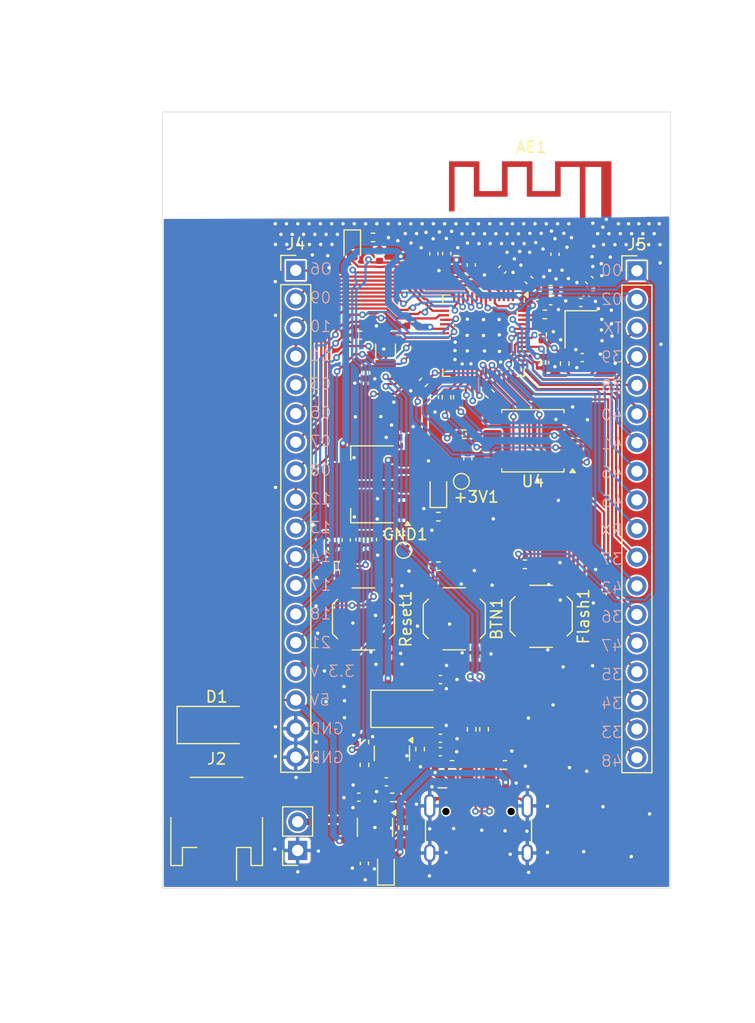
<source format=kicad_pcb>
(kicad_pcb (version 20241229) (generator "pcbnew") (generator_version "9.0")
  (layers (0 "F.Cu" signal) (2 "B.Cu" signal) (13 "F.Paste" user) (15 "B.Paste" user) (5 "F.SilkS" user "F.Silkscreen") (7 "B.SilkS" user "B.Silkscreen") (1 "F.Mask" user) (3 "B.Mask" user) (25 "Edge.Cuts" user))
  (net 0 "")
  (net 1 "GND")
  (net 2 "IO0")
  (net 3 "5V")
  (net 4 "EN")
  (net 5 "VDD_SPI")
  (net 6 "SPIQ")
  (net 7 "SPIWP")
  (net 8 "SPIHD")
  (net 9 "SPID")
  (net 10 "Net-(C8-Pad1)")
  (net 11 "IO14")
  (net 12 "Net-(D3-K)")
  (net 13 "VDD_CPU")
  (net 14 "Net-(J1-CC2)")
  (net 15 "Net-(J1-CC1)")
  (net 16 "Net-(U2-XTAL_N)")
  (net 17 "Net-(C22-Pad1)")
  (net 18 "XTAL32N")
  (net 19 "Net-(D1-A)")
  (net 20 "Net-(U3-PROG)")
  (net 21 "Net-(D4-K)")
  (net 22 "IO21")
  (net 23 "Net-(U3-STAT)")
  (net 24 "IO4{slash}BAT")
  (net 25 "IO17{slash}SCL")
  (net 26 "IO18{slash}SDA")
  (net 27 "Net-(U2-LNA_IN)")
  (net 28 "Net-(U2-XTAL_P)")
  (net 29 "TX")
  (net 30 "IO45")
  (net 31 "Net-(U2-SPIHD)")
  (net 32 "Net-(U2-SPIWP)")
  (net 33 "Net-(U2-SPICLK)")
  (net 34 "Net-(U2-SPIQ)")
  (net 35 "Net-(U2-SPID)")
  (net 36 "XTAL32P")
  (net 37 "VBAT")
  (net 38 "SPICS0")
  (net 39 "IO3")
  (net 40 "IO2")
  (net 41 "IO13")
  (net 42 "IO12")
  (net 43 "IO11")
  (net 44 "IO10")
  (net 45 "IO1")
  (net 46 "Net-(U2-U0TXD)")
  (net 47 "Net-(D2-K)")
  (net 49 "IO6")
  (net 50 "IO42")
  (net 51 "IO9")
  (net 52 "IO48")
  (net 53 "IO47")
  (net 54 "IO38")
  (net 55 "IO36")
  (net 56 "IO7")
  (net 57 "IO8")
  (net 58 "IO35")
  (net 59 "IO34")
  (net 60 "RX")
  (net 61 "IO40")
  (net 62 "IO41")
  (net 63 "IO37")
  (net 64 "IO39")
  (net 65 "IO46")
  (net 66 "IO5")
  (net 67 "IO33")
  (net 68 "SPISCK")
  (net 69 "Net-(AE1-FEED)")
  (net 70 "USB_D-")
  (net 71 "USB_D+")
  (footprint "Capacitor_SMD:C_0402_1005Metric" (layer "F.Cu") (at 165.11 55.875)
    (property "Reference" "C15" (hide yes))
    (property "Value" "1uF")
  )
  (footprint "Capacitor_SMD:C_0402_1005Metric" (layer "F.Cu") (at 167.78 57.035)
    (property "Reference" "C8" (hide yes))
    (property "Value" "12pF")
  )
  (footprint "Resistor_SMD:R_0402_1005Metric" (layer "F.Cu") (at 157.45 68.715)
    (property "Reference" "R11" (hide yes))
    (property "Value" "0R")
  )
  (footprint "Capacitor_SMD:C_0402_1005Metric" (layer "F.Cu") (at 155.89 52.69 90)
    (property "Reference" "C10" (hide yes))
    (property "Value" "1uF")
  )
  (footprint "Capacitor_SMD:C_0402_1005Metric" (layer "F.Cu") (at 152 69 180)
    (property "Reference" "C3" (hide yes))
    (property "Value" "10uF")
  )
  (footprint "Capacitor_SMD:C_0402_1005Metric" (layer "F.Cu") (at 154.8 65.435 -90)
    (property "Reference" "C24" (hide yes))
    (property "Value" "1uF")
  )
  (footprint "Resistor_SMD:R_0402_1005Metric" (layer "F.Cu") (at 162.82 80.2525 180)
    (property "Reference" "R18" (hide yes))
    (property "Value" "10K")
  )
  (footprint "Capacitor_SMD:C_0402_1005Metric" (layer "F.Cu") (at 164.58 62.355 -90)
    (property "Reference" "C19" (hide yes))
    (property "Value" "0.1uF")
  )
  (footprint "Resistor_SMD:R_0402_1005Metric" (layer "F.Cu") (at 159.2 94.88 90)
    (property "Reference" "R3" (hide yes))
    (property "Value" "33R")
  )
  (footprint "LED_SMD:LED_0603_1608Metric" (layer "F.Cu") (at 155.15 73.7275 90)
    (property "Reference" "D3" (hide yes))
    (property "Value" "LED")
  )
  (footprint "Resistor_SMD:R_0402_1005Metric" (layer "F.Cu") (at 153.53 96.64 90)
    (property "Reference" "R22" (hide yes))
    (property "Value" "100K")
  )
  (footprint "Resistor_SMD:R_0402_1005Metric" (layer "F.Cu") (at 152.02 103.615 -90)
    (property "Reference" "R16" (hide yes))
    (property "Value" "2K")
  )
  (footprint "Capacitor_SMD:C_0402_1005Metric" (layer "F.Cu") (at 167.91 61.915)
    (property "Reference" "C9" (hide yes))
    (property "Value" "12pF")
  )
  (footprint "Resistor_SMD:R_0402_1005Metric" (layer "F.Cu") (at 158.1 94.89 90)
    (property "Reference" "R4" (hide yes))
    (property "Value" "33R")
  )
  (footprint "Capacitor_SMD:C_0402_1005Metric" (layer "F.Cu") (at 148.72 63.29 -90)
    (property "Reference" "C27" (hide yes))
    (property "Value" "12pF")
  )
  (footprint "Capacitor_SMD:C_0402_1005Metric" (layer "F.Cu") (at 163.18 55.035 -45)
    (property "Reference" "DNP1" (hide yes))
    (property "Value" "15pF")
  )
  (footprint "Connector_USB:USB_C_Receptacle_HCTL_HC-TYPE-C-16P-01A" (layer "F.Cu") (at 158.71 104.775)
    (property "Reference" "J1" (hide yes))
    (property "Value" "USB_C_Receptacle_USB2.0_14P")
  )
  (footprint "Capacitor_SMD:C_0402_1005Metric" (layer "F.Cu") (at 150.54 99.54 180)
    (property "Reference" "C26" (hide yes))
    (property "Value" "10uF")
  )
  (footprint "Resistor_SMD:R_0402_1005Metric" (layer "F.Cu") (at 153.83 64.105 -135)
    (property "Reference" "R12" (hide yes))
    (property "Value" "0R")
  )
  (footprint "Resistor_SMD:R_0402_1005Metric" (layer "F.Cu") (at 164.59 58.09 180)
    (property "Reference" "R5" (hide yes))
    (property "Value" "0R")
  )
  (footprint "Resistor_SMD:R_0402_1005Metric" (layer "F.Cu") (at 166.35 62.45 -90)
    (property "Reference" "R14" (hide yes))
    (property "Value" "470R")
  )
  (footprint "Button_Switch_SMD:SW_Push_1P1T_XKB_TS-1187A" (layer "F.Cu") (at 156.56 85.0825 -90)
    (property "Reference" "BTN1")
    (property "Value" "BTN")
  )
  (footprint "Capacitor_SMD:C_0402_1005Metric" (layer "F.Cu") (at 146.98 78.095 -90)
    (property "Reference" "C4" (hide yes))
    (property "Value" "10uF")
  )
  (footprint "Diode_SMD:D_SMA" (layer "F.Cu") (at 152.68 93.065)
    (property "Reference" "D5" (hide yes))
    (property "Value" "SS14")
  )
  (footprint "Package_TO_SOT_SMD:SOT-23" (layer "F.Cu") (at 151.03 97.0125 -90)
    (property "Reference" "Q1" (hide yes))
    (property "Value" "AO3401A")
  )
  (footprint "Resistor_SMD:R_0402_1005Metric" (layer "F.Cu") (at 155.155 80.4225 180)
    (property "Reference" "R21" (hide yes))
    (property "Value" "10K")
  )
  (footprint "Connector_PinSocket_2.54mm:PinSocket_1x02_P2.54mm_Vertical" (layer "F.Cu") (at 142.6775 105.6225 180)
    (property "Reference" "J3" (hide yes))
    (property "Value" "Conn_01x02_Pin")
  )
  (footprint "Capacitor_SMD:C_0402_1005Metric" (layer "F.Cu") (at 148.0925 100.9025 180)
    (property "Reference" "C21" (hide yes))
    (property "Value" "10uF")
  )
  (footprint "Resistor_SMD:R_0402_1005Metric" (layer "F.Cu") (at 161.05 98.045 180)
    (property "Reference" "R1" (hide yes))
    (property "Value" "5.1K")
  )
  (footprint "LED_SMD:LED_0603_1608Metric" (layer "F.Cu") (at 147.5175 52.0825 -90)
    (property "Reference" "D4" (hide yes))
    (property "Value" "LED")
  )
  (footprint "Connector_PinHeader_2.54mm:PinHeader_1x18_P2.54mm_Vertical" (layer "F.Cu") (at 142.51 54.18)
    (property "Reference" "J4")
    (property "Value" "Conn_01x18_Pin")
  )
  (footprint "Resistor_SMD:R_0402_1005Metric" (layer "F.Cu") (at 148.59 96.01 90)
    (property "Reference" "R20" (hide yes))
    (property "Value" "200K")
  )
  (footprint "TestPoint:TestPoint_Pad_D1.0mm" (layer "F.Cu") (at 152.06 79.0125)
    (property "Reference" "GND1")
    (property "Value" "GND")
  )
  (footprint "RF_Antenna:Texas_SWRA117D_2.4GHz_Left" (layer "F.Cu") (at 167.94 49.66)
    (property "Reference" "AE1")
    (property "Value" "Antenna")
  )
  (footprint "Capacitor_SMD:C_0402_1005Metric" (layer "F.Cu") (at 148.59 106.775 -90)
    (property "Reference" "C12" (hide yes))
    (property "Value" "10uF")
  )
  (footprint "Diode_SMD:D_SMA" (layer "F.Cu") (at 135.5 94.5)
    (property "Reference" "D1")
    (property "Value" "D_SCHOTTKY")
  )
  (footprint "Resistor_SMD:R_0402_1005Metric" (layer "F.Cu") (at 164.35 59.875 -90)
    (property "Reference" "R6" (hide yes))
    (property "Value" "DNP")
  )
  (footprint "Capacitor_SMD:C_0402_1005Metric" (layer "F.Cu") (at 149.935 52.8575 90)
    (property "Reference" "C25" (hide yes))
    (property "Value" "0.1uF")
  )
  (footprint "Capacitor_SMD:C_0402_1005Metric" (layer "F.Cu") (at 165.11 56.875)
    (property "Reference" "C17" (hide yes))
    (property "Value" "10nF")
  )
  (footprint "Capacitor_SMD:C_0402_1005Metric" (layer "F.Cu") (at 155.33 96.875)
    (property "Reference" "C6" (hide yes))
    (property "Value" "10uF")
  )
  (footprint "Capacitor_SMD:C_0402_1005Metric" (layer "F.Cu") (at 160.82 54.115 45)
    (property "Reference" "C14" (hide yes))
    (property "Value" "0.1uF")
  )
  (footprint "Capacitor_SMD:C_0402_1005Metric" (layer "F.Cu") (at 152.86 59.105 180)
    (property "Reference" "C16" (hide yes))
    (property "Value" "0.1uF")
  )
  (footprint "Resistor_SMD:R_0402_1005Metric" (layer "F.Cu") (at 159.72 65.125 -45)
    (property "Reference" "R13" (hide yes))
    (property "Value" "0R")
  )
  (footprint "Inductor_SMD:L_0402_1005Metric" (layer "F.Cu") (at 163.89 53.655 45)
    (property "Reference" "L2" (hide yes))
    (property "Value" "4.7nH")
  )
  (footprint "Crystal:Crystal_SMD_2520-4Pin_2.5x2.0mm" (layer "F.Cu") (at 167.78 59.41 -90)
    (property "Reference" "Y1" (hide yes))
    (property "Value" "40MHz(10ppm)")
  )
  (footprint "Resistor_SMD:R_0402_1005Metric" (layer "F.Cu") (at 156.875 65.425 -90)
    (property "Reference" "R10" (hide yes))
    (property "Value" "0R")
  )
  (footprint "Package_TO_SOT_SMD:SOT-223-3_TabPin2" (layer "F.Cu") (at 149.29 73.155 180)
    (property "Reference" "U1" (hide yes))
    (property "Value" "AMS1117-3.3")
  )
  (footprint "Capacitor_SMD:C_0402_1005Metric" (layer "F.Cu") (at 157.76 70.885 90)
    (property "Reference" "C23" (hide yes))
    (property "Value" "0.1uF")
  )
  (footprint "LED_SMD:LED_0603_1608Metric" (layer "F.Cu") (at 150.5 107.2075 90)
    (property "Reference" "D2" (hide yes))
    (property "Value" "LED")
  )
  (footprint "Resistor_SMD:R_0402_1005Metric" (layer "F.Cu") (at 148.6 98.04 90)
    (property "Reference" "R19" (hide yes))
    (property "Value" "200K")
  )
  (footprint "Capacitor_SMD:C_0402_1005Metric" (layer "F.Cu") (at 168.53442 55.035 -45)
    (property "Reference" "C22" (hide yes))
    (property "Value" "DNP")
  )
  (footprint "Inductor_SMD:L_0402_1005Metric" (layer "F.Cu") (at 167.091473 53.592053 135)
    (property "Reference" "L3" (hide yes))
    (property "Value" "DNP")
  )
  (footprint "Capacitor_SMD:C_0402_1005Metric" (layer "F.Cu") (at 145.87 78.095 -90)
    (property "Reference" "C18" (hide yes))
    (property "Value" "10uF")
  )
  (footprint "Connector_JST:JST_PH_S2B-PH-SM4-TB_1x02-1MP_P2.00mm_Horizontal" (layer "F.Cu") (at 135.5 103.65 180)
    (property "Reference" "J2")
    (property "Value" "SOLAR_IN")
  )
  (footprint "Package_DFN_QFN:QFN-56-1EP_7x7mm_P0.4mm_EP4x4mm" (layer "F.Cu") (at 159.15 59.965 -90)
    (property "Reference" "U2" (hide yes))
    (property "Value" "ESP32-S3")
  )
  (footprint "Capacitor_SMD:C_0402_1005Metric" (layer "F.Cu") (at 148.2 78.055 -90)
    (property "Reference" "C5" (hide yes))
    (property "Value" "0.1uF")
  )
  (footprint "Package_TO_SOT_SMD:SOT-23-5" (layer "F.Cu") (at 149.5325 103.575 -90)
    (property "Reference" "U3" (hide yes))
    (property "Value" "MCP73831-2-OT")
  )
  (footprint "Capacitor_SMD:C_0402_1005Metric" (layer "F.Cu") (at 155.34 95.675)
    (property "Reference" "C1" (hide yes))
    (property "Value" "10uF")
  )
  (footprint "Resistor_SMD:R_0402_1005Metric" (layer "F.Cu") (at 155.15 76.025 180)
    (property "Reference" "R8" (hide yes))
    (property "Value" "470R")
  )
  (footprint "Capacitor_SMD:C_0402_1005Metric" (layer "F.Cu") (at 154.75 52.71 90)
    (property "Reference" "C7" (hide yes))
    (property "Value" "10uF")
  )
  (footprint "Capacitor_SMD:C_0402_1005Metric" (layer "F.Cu") (at 148.26 59.93 180)
    (property "Reference" "C28" (hide yes))
    (property "Value" "12pF")
  )
  (footprint "Resistor_SMD:R_0402_1005Metric" (layer "F.Cu") (at 151.0525 100.9225)
    (property "Reference" "R7" (hide yes))
    (property "Value" "1K")
  )
  (footprint "Resistor_SMD:R_0402_1005Metric" (layer "F.Cu") (at 146.07 80.3825 180)
    (property "Reference" "R17" (hide yes))
    (property "Value" "10K")
  )
  (footprint "Button_Switch_SMD:SW_Push_1P1T_XKB_TS-1187A" (layer "F.Cu") (at 164.26 84.8625 -90)
    (property "Reference" "Flash1")
    (property "Value" "Flash")
  )
  (footprint "Capacitor_SMD:C_0402_1005Metric" (layer "F.Cu") (at 165.491473 52.755 90)
    (property "Reference" "C20" (hide yes))
    (property "Value" "15pF")
  )
  (footprint "Resistor_SMD:R_0402_1005Metric" (layer "F.Cu") (at 156.36 98.035)
    (property "Reference" "R2" (hide yes))
    (property "Value" "5.1K")
  )
  (footprint "Resistor_SMD:R_0402_1005Metric" (layer "F.Cu") (at 149.36 51.26)
    (property "Reference" "R15" (hide yes))
    (property "Value" "470R")
  )
  (footprint "Inductor_SMD:L_0402_1005Metric" (layer "F.Cu") (at 159.57 53.265)
    (property "Reference" "L1" (hide yes))
    (property "Value" "2nH")
  )
  (footprint "Connector_PinHeader_2.54mm:PinHeader_1x18_P2.54mm_Vertical" (layer "F.Cu") (at 172.75 54.22)
    (property "Reference" "J5")
    (property "Value" "Conn_01x18_Pin")
  )
  (footprint "Resistor_SMD:R_0402_1005Metric" (layer "F.Cu") (at 155.87 65.435 -90)
    (property "Reference" "R9" (hide yes))
    (property "Value" "0R")
  )
  (footprint "Capacitor_SMD:C_0402_1005Metric" (layer "F.Cu") (at 158.07 53.705 -90)
    (property "Reference" "C11" (hide yes))
    (property "Value" "0.1uF")
  )
  (footprint "Capacitor_SMD:C_0402_1005Metric" (layer "F.Cu") (at 155.34 90.475)
    (property "Reference" "C2" (hide yes))
    (property "Value" "0.1uF")
  )
  (footprint "Button_Switch_SMD:SW_Push_1P1T_XKB_TS-1187A" (layer "F.Cu") (at 148.51 85.095 -90)
    (property "Reference" "Reset1")
    (property "Value" "Reset")
  )
  (footprint "Package_SO:SOIC-8_5.3x5.3mm_P1.27mm" (layer "F.Cu") (at 163.53 69.295 180)
    (property "Reference" "U4")
    (property "Value" "W25Q128JVS")
  )
  (footprint "Capacitor_SMD:C_0402_1005Metric" (layer "F.Cu") (at 149.31 78.045 -90)
    (property "Reference" "C13" (hide yes))
    (property "Value" "10uF")
  )
  (footprint "TestPoint:TestPoint_Pad_D1.0mm" (layer "F.Cu") (at 157.19 72.8925)
    (property "Reference" "+3V1")
    (property "Value" "+3V3")
  )
  (footprint "Crystal:Crystal_SMD_3215-2Pin_3.2x1.5mm" (layer "F.Cu") (at 150.47 61.39 -90)
    (property "Reference" "Y2" (hide yes))
    (property "Value" "32.768 kHz")
  )
  (gr_arc (start 167.943221 51.635) (mid 167.638927 52.608324) (end 166.83442 53.235) (stroke (width 0.6)) (layer "F.Cu") (net 69))
  (gr_line (start 160.57 66.96) (end 160.57 67.25) (stroke (width 0.2)) (layer "F.Cu") (net 9))
  (gr_arc (start 160.405013 54.330368) (mid 160.160001 53.995001) (end 160.076678 53.588112) (stroke (width 0.6)) (layer "F.Cu") (net 5))
  (gr_rect (start 130.69 40.135) (end 175.74 108.985) (stroke (width 0.05)) (fill no) (layer "Edge.Cuts"))
  (gr_text "03" (at 145.714762 64.832941 0) (layer "B.SilkS") (effects (font (size 1 1) (thickness 0.1)) (justify left bottom mirror)))
  (gr_text "O6" (at 145.81 54.64 0) (layer "B.SilkS") (effects (font (size 1 1) (thickness 0.1)) (justify left bottom mirror)))
  (gr_text "3.3 V" (at 147.81 90.315294 0) (layer "B.SilkS") (effects (font (size 1 1) (thickness 0.1)) (justify left bottom mirror)))
  (gr_text "46" (at 171.54 72.69 0) (layer "B.SilkS") (effects (font (size 1 1) (thickness 0.1)) (justify left bottom mirror)))
  (gr_text "17" (at 145.714762 82.670588 0) (layer "B.SilkS") (effects (font (size 1 1) (thickness 0.1)) (justify left bottom mirror)))
  (gr_text "38" (at 171.54 65.01 0) (layer "B.SilkS") (effects (font (size 1 1) (thickness 0.1)) (justify left bottom mirror)))
  (gr_text "10" (at 145.714762 59.736471 0) (layer "B.SilkS") (effects (font (size 1 1) (thickness 0.1)) (justify left bottom mirror)))
  (gr_text "5V" (at 145.619524 92.863529 0) (layer "B.SilkS") (effects (font (size 1 1) (thickness 0.1)) (justify left bottom mirror)))
  (gr_text "36" (at 171.54 85.49 0) (layer "B.SilkS") (effects (font (size 1 1) (thickness 0.1)) (justify left bottom mirror)))
  (gr_text "13" (at 145.714762 77.574118 0) (layer "B.SilkS") (effects (font (size 1 1) (thickness 0.1)) (justify left bottom mirror)))
  (gr_text "48" (at 171.54 98.29 0) (layer "B.SilkS") (effects (font (size 1 1) (thickness 0.1)) (justify left bottom mirror)))
  (gr_text "45" (at 171.54 75.25 0) (layer "B.SilkS") (effects (font (size 1 1) (thickness 0.1)) (justify left bottom mirror)))
  (gr_text "RX" (at 171.54 77.81 0) (layer "B.SilkS") (effects (font (size 1 1) (thickness 0.1)) (justify left bottom mirror)))
  (gr_text "34" (at 171.54 93.17 0) (layer "B.SilkS") (effects (font (size 1 1) (thickness 0.1)) (justify left bottom mirror)))
  (gr_text "00" (at 171.54 54.77 0) (layer "B.SilkS") (effects (font (size 1 1) (thickness 0.1)) (justify left bottom mirror)))
  (gr_text "12" (at 145.714762 75.025882 0) (layer "B.SilkS") (effects (font (size 1 1) (thickness 0.1)) (justify left bottom mirror)))
  (gr_text "42" (at 171.54 82.93 0) (layer "B.SilkS") (effects (font (size 1 1) (thickness 0.1)) (justify left bottom mirror)))
  (gr_text "08\n" (at 145.714762 72.477647 0) (layer "B.SilkS") (effects (font (size 1 1) (thickness 0.1)) (justify left bottom mirror)))
  (gr_text "35" (at 171.54 90.61 0) (layer "B.SilkS") (effects (font (size 1 1) (thickness 0.1)) (justify left bottom mirror)))
  (gr_text "18" (at 145.714762 85.218824 0) (layer "B.SilkS") (effects (font (size 1 1) (thickness 0.1)) (justify left bottom mirror)))
  (gr_text "33" (at 171.54 95.73 0) (layer "B.SilkS") (effects (font (size 1 1) (thickness 0.1)) (justify left bottom mirror)))
  (gr_text "07" (at 145.714762 69.929412 0) (layer "B.SilkS") (effects (font (size 1 1) (thickness 0.1)) (justify left bottom mirror)))
  (gr_text "05" (at 145.714762 67.381176 0) (layer "B.SilkS") (effects (font (size 1 1) (thickness 0.1)) (justify left bottom mirror)))
  (gr_text "47" (at 171.54 88.05 0) (layer "B.SilkS") (effects (font (size 1 1) (thickness 0.1)) (justify left bottom mirror)))
  (gr_text "11" (at 145.714762 62.284706 0) (layer "B.SilkS") (effects (font (size 1 1) (thickness 0.1)) (justify left bottom mirror)))
  (gr_text "21" (at 145.714762 87.767059 0) (layer "B.SilkS") (effects (font (size 1 1) (thickness 0.1)) (justify left bottom mirror)))
  (gr_text "39" (at 171.54 62.45 0) (layer "B.SilkS") (effects (font (size 1 1) (thickness 0.1)) (justify left bottom mirror)))
  (gr_text "14" (at 145.714762 80.122353 0) (layer "B.SilkS") (effects (font (size 1 1) (thickness 0.1)) (justify left bottom mirror)))
  (gr_text "37" (at 171.54 80.37 0) (layer "B.SilkS") (effects (font (size 1 1) (thickness 0.1)) (justify left bottom mirror)))
  (gr_text "41" (at 171.54 70.13 0) (layer "B.SilkS") (effects (font (size 1 1) (thickness 0.1)) (justify left bottom mirror)))
  (gr_text "GND" (at 146.857619 95.411765 0) (layer "B.SilkS") (effects (font (size 1 1) (thickness 0.1)) (justify left bottom mirror)))
  (gr_text "09" (at 145.714762 57.188235 0) (layer "B.SilkS") (effects (font (size 1 1) (thickness 0.1)) (justify left bottom mirror)))
  (gr_text "GND" (at 146.857619 97.96 0) (layer "B.SilkS") (effects (font (size 1 1) (thickness 0.1)) (justify left bottom mirror)))
  (gr_text "TX" (at 171.54 59.89 0) (layer "B.SilkS") (effects (font (size 1 1) (thickness 0.1)) (justify left bottom mirror)))
  (gr_text "40" (at 171.54 67.57 0) (layer "B.SilkS") (effects (font (size 1 1) (thickness 0.1)) (justify left bottom mirror)))
  (gr_text "02" (at 171.54 57.33 0) (layer "B.SilkS") (effects (font (size 1 1) (thickness 0.1)) (justify left bottom mirror)))
  (segment (start 154.8 66.695) (end 154.85 66.745) (width 0.2) (layer "F.Cu") (net 1))
  (segment (start 161.91 101.03) (end 162.39 101.03) (width 0.2) (layer "F.Cu") (net 1))
  (segment (start 154.64 76.025) (end 153.01 76.025) (width 0.6) (layer "F.Cu") (net 1))
  (segment (start 153.01 76.025) (end 152.44 75.455) (width 0.6) (layer "F.Cu") (net 1))
  (segment (start 154.58 99.98) (end 154.58 100.1) (width 0.2) (layer "F.Cu") (net 1))
  (segment (start 162.39 101.03) (end 163.03 101.67) (width 0.2) (layer "F.Cu") (net 1))
  (segment (start 167.34 61.205) (end 167.34 60.545) (width 0.2) (layer "F.Cu") (net 1))
  (segment (start 164.21 54.745) (end 163.580589 55.374411) (width 0.2) (layer "F.Cu") (net 1))
  (segment (start 152.38 59.105) (end 149.655 59.105) (width 0.4) (layer "F.Cu") (net 1))
  (segment (start 155.33 100.19) (end 155.5 100.36) (width 0.2) (layer "F.Cu") (net 1))
  (segment (start 154.58 100.1) (end 154.67 100.19) (width 0.2) (layer "F.Cu") (net 1))
  (segment (start 141.7066 108.5034) (end 142.69 107.52) (width 0.2) (layer "F.Cu") (net 1))
  (segment (start 155.51 101.03) (end 155.03 101.03) (width 0.2) (layer "F.Cu") (net 1))
  (segment (start 134.5 108.5) (end 134.5034 108.5034) (width 0.2) (layer "F.Cu") (net 1))
  (segment (start 154.67 100.19) (end 155.33 100.19) (width 0.2) (layer "F.Cu") (net 1))
  (segment (start 161.91 99.79) (end 162.05 99.65) (width 0.2) (layer "F.Cu") (net 1))
  (segment (start 164.49 54.745) (end 164.21 54.745) (width 0.2) (layer "F.Cu") (net 1))
  (segment (start 134.5034 108.5034) (end 141.7066 108.5034) (width 0.2) (layer "F.Cu") (net 1))
  (segment (start 154.8 65.915) (end 154.8 66.695) (width 0.2) (layer "F.Cu") (net 1))
  (segment (start 155.03 101.03) (end 154.39 101.67) (width 0.2) (layer "F.Cu") (net 1))
  (segment (start 155.5 101.02) (end 155.51 101.03) (width 0.2) (layer "F.Cu") (net 1))
  (segment (start 167.48 61.965) (end 167.43 61.915) (width 0.2) (layer "F.Cu") (net 1))
  (segment (start 167.34 60.545) (end 167.08 60.285) (width 0.2) (layer "F.Cu") (net 1))
  (segment (start 163.580589 55.374411) (end 163.519411 55.374411) (width 0.2) (layer "F.Cu") (net 1))
  (segment (start 155.5 100.36) (end 155.5 101.02) (width 0.2) (layer "F.Cu") (net 1))
  (segment (start 152.27 75.5925) (end 152.42 75.7425) (width 0.2) (layer "F.Cu") (net 1))
  (segment (start 134.5 106.5) (end 134.5 108.5) (width 0.2) (layer "F.Cu") (net 1))
  (segment (start 161.91 101.03) (end 161.91 99.79) (width 0.2) (layer "F.Cu") (net 1))
  (via (at 165.8 57.66) (size 0.6) (drill 0.3) (layers "F.Cu" "B.Cu") (net 1))
  (via (at 166.27 50.9) (size 0.6) (drill 0.3) (layers "F.Cu" "B.Cu") (net 1))
  (via (at 165.79 74.58) (size 0.6) (drill 0.3) (layers "F.Cu" "B.Cu") (net 1))
  (via (at 171.11 50.05) (size 0.6) (drill 0.3) (layers "F.Cu" "B.Cu") (net 1))
  (via (at 161.77 54.36) (size 0.6) (drill 0.3) (layers "F.Cu" "B.Cu") (net 1))
  (via (at 149.62 89.12) (size 0.6) (drill 0.3) (layers "F.Cu" "B.Cu") (net 1))
  (via (at 160.02 76.22) (size 0.6) (drill 0.3) (layers "F.Cu" "B.Cu") (net 1))
  (via (at 173.278846 50.93) (size 0.6) (drill 0.3) (layers "F.Cu" "B.Cu") (net 1))
  (via (at 169.794231 51.9) (size 0.6) (drill 0.3) (layers "F.Cu" "B.Cu") (net 1))
  (via (at 143.693462 50.05) (size 0.6) (drill 0.3) (layers "F.Cu" "B.Cu") (net 1))
  (via (at 157.26 88.1) (size 0.6) (drill 0.3) (layers "F.Cu" "B.Cu") (net 1))
  (via (at 162.36 52.51) (size 0.6) (drill 0.3) (layers "F.Cu" "B.Cu") (net 1))
  (via (at 156.81 95.72) (size 0.6) (drill 0.3) (layers "F.Cu" "B.Cu") (net 1))
  (via (at 170.82 62.43) (size 0.6) (drill 0.3) (layers "F.Cu" "B.Cu") (net 1))
  (via (at 169.73 50.35) (size 0.6) (drill 0.3) (layers "F.Cu" "B.Cu") (net 1))
  (via (at 161.06 103.88) (size 0.6) (drill 0.3) (layers "F.Cu" "B.Cu") (net 1))
  (via (at 151.56 51.55) (size 0.6) (drill 0.3) (layers "F.Cu" "B.Cu") (net 1))
  (via (at 156.708462 50.05) (size 0.6) (drill 0.3) (layers "F.Cu" "B.Cu") (net 1))
  (via (at 168.89 83.68) (size 0.6) (drill 0.3) (layers "F.Cu" "B.Cu") (net 1))
  (via (at 155.83 105.8) (size 0.6) (drill 0.3) (layers "F.Cu" "B.Cu") (net 1))
  (via (at 165.32 92.72) (size 0.6) (drill 0.3) (layers "F.Cu" "B.Cu") (net 1))
  (via (at 169.64 54.66) (size 0.6) (drill 0.3) (layers "F.Cu" "B.Cu") (net 1))
  (via (at 166.68 54.91) (size 0.6) (drill 0.3) (layers "F.Cu" "B.Cu") (net 1))
  (via (at 169.61 59.47) (size 0.6) (drill 0.3) (layers "F.Cu" "B.Cu") (net 1))
  (via (at 147.68 70.79) (size 0.6) (drill 0.3) (layers "F.Cu" "B.Cu") (net 1))
  (via (at 144.01 76.74) (size 0.6) (drill 0.3) (layers "F.Cu" "B.Cu") (net 1))
  (via (at 154.06 50.81) (size 0.6) (drill 0.3) (layers "F.Cu" "B.Cu") (net 1))
  (via (at 157.18 82) (size 0.6) (drill 0.3) (layers "F.Cu" "B.Cu") (net 1))
  (via (at 141.715385 51.88) (size 0.6) (drill 0.3) (layers "F.Cu" "B.Cu") (net 1))
  (via (at 145.46 53.95) (size 0.6) (drill 0.3) (layers "F.Cu" "B.Cu") (net 1))
  (via (at 147.7 76.05) (size 0.6) (drill 0.3) (layers "F.Cu" "B.Cu") (net 1))
  (via (at 165.49 51.37) (size 0.6) (drill 0.3) (layers "F.Cu" "B.Cu") (net 1))
  (via (at 147.74 64.18) (size 0.6) (drill 0.3) (layers "F.Cu" "B.Cu") (net 1))
  (via (at 161.52 105.96) (size 0.6) (drill 0.3) (layers "F.Cu" "B.Cu") (net 1))
  (via (at 154.27 71.08) (size 0.6) (drill 0.3) (layers "F.Cu" "B.Cu") (net 1))
  (via (at 164.267693 50.9) (size 0.6) (drill 0.3) (layers "F.Cu" "B.Cu") (net 1))
  (via (at 169.51 61.61) (size 0.6) (drill 0.3) (layers "F.Cu" "B.Cu") (net 1))
  (via (at 162.86 98.15) (size 0.6) (drill 0.3) (layers "F.Cu" "B.Cu") (net 1))
  (via (at 151.702692 50.05) (size 0.6) (drill 0.3) (layers "F.Cu" "B.Cu") (net 1))
  (via (at 159.15 58.55) (size 0.6) (drill 0.3) (layers "F.Cu" "B.Cu") (net 1))
  (via (at 149.48 107.26) (size 0.6) (drill 0.3) (layers "F.Cu" "B.Cu") (net 1))
  (via (at 144.718846 51.88) (size 0.6) (drill 0.3) (layers "F.Cu" "B.Cu") (net 1))
  (via (at 144.31 97.44) (size 0.6) (drill 0.3) (layers "F.Cu" "B.Cu") (net 1))
  (via (at 151.92 82.15) (size 0.6) (drill 0.3) (layers "F.Cu" "B.Cu") (net 1))
  (via (at 149.32 95.53) (size 0.6) (drill 0.3) (layers "F.Cu" "B.Cu") (net 1))
  (via (at 174.88 60.74) (size 0.6) (drill 0.3) (layers "F.Cu" "B.Cu") (net 1))
  (via (at 140.72 58.17) (size 0.6) (drill 0.3) (layers "F.Cu" "B.Cu") (net 1))
  (via (at 163.242307 52.58) (size 0.6) (drill 0.3) (layers "F.Cu" "B.Cu") (net 1))
  (via (at 165.58 54.94) (size 0.6) (drill 0.3) (layers "F.Cu" "B.Cu") (net 1))
  (via (at 159 103.83) (size 0.6) (drill 0.3) (layers "F.Cu" "B.Cu") (net 1))
  (via (at 146.83 92.35) (size 0.6) (drill 0.3) (layers "F.Cu" "B.Cu") (net 1))
  (via (at 174.28 50.93) (size 0.6) (drill 0.3) (layers "F.Cu" "B.Cu") (net 1))
  (via (at 161.248846 50.94) (size 0.6) (drill 0.3) (layers "F.Cu" "B.Cu") (net 1))
  (via (at 147.6 99.82) (size 0.6) (drill 0.3) (layers "F.Cu" "B.Cu") (net 1))
  (via (at 147.698077 50.05) (size 0.6) (drill 0.3) (layers "F.Cu" "B.Cu") (net 1))
  (via (at 159.246539 50.94) (size 0.6) (drill 0.3) (layers "F.Cu" "B.Cu") (net 1))
  (via (at 145.72 51.88) (size 0.6) (drill 0.3) (layers "F.Cu" "B.Cu") (net 1))
  (via (at 150.31 61.16) (size 0.6) (drill 0.3) (layers "F.Cu" "B.Cu") (net 1))
  (via (at 140.71 94.66) (size 0.6) (drill 0.3) (layers "F.Cu" "B.Cu") (net 1))
  (via (at 174.8 51.9) (size 0.6) (drill 0.3) (layers "F.Cu" "B.Cu") (net 1))
  (via (at 154.69 51.38) (size 0.6) (drill 0.3) (layers "F.Cu" "B.Cu") (net 1))
  (via (at 164.93 82.05) (size 0.6) (drill 0.3) (layers "F.Cu" "B.Cu") (net 1))
  (via (at 154.706154 50.05) (size 0.6) (drill 0.3) (layers "F.Cu" "B.Cu") (net 1))
  (via (at 157.709615 50.05) (size 0.6) (drill 0.3) (layers "F.Cu" "B.Cu") (net 1))
  (via (at 142.69 107.52) (size 0.6) (drill 0.3) (layers "F.Cu" "B.Cu") (net 1))
  (via (at 153.86 75.31) (size 0.6) (drill 0.3) (layers "F.Cu" "B.Cu") (net 1))
  (via (at 153.216539 50.92) (size 0.6) (drill 0.3) (layers "F.Cu" "B.Cu") (net 1))
  (via (at 149.73 76.23) (size 0.6) (drill 0.3) (layers "F.Cu" "B.Cu") (net 1))
  (via (at 172.25 106.17) (size 0.6) (drill 0.3) (layers "F.Cu" "B.Cu") (net 1))
  (via (at 141.691154 50.05) (size 0.6) (drill 0.3) (layers "F.Cu" "B.Cu") (net 1))
  (via (at 161.714231 50.05) (size 0.6) (drill 0.3) (layers "F.Cu" "B.Cu") (net 1))
  (via (at 146.696923 50.05) (size 0.6) (drill 0.3) (layers "F.Cu" "B.Cu") (net 1))
  (via (at 159.92 82.1) (size 0.6) (drill 0.3) (layers "F.Cu" "B.Cu") (net 1))
  (via (at 152.215385 50.92) (size 0.6) (drill 0.3) (layers "F.Cu" "B.Cu") (net 1))
  (via (at 149.53 101.27) (size 0.6) (drill 0.3) (layers "F.Cu" "B.Cu") (net 1))
  (via (at 156.62 61.29) (size 0.6) (drill 0.3) (layers "F.Cu" "B.Cu") (net 1))
  (via (at 147.57 85.46) (size 0.6) (drill 0.3) (layers "F.Cu" "B.Cu") (net 1))
  (via (at 158.34 80.8) (size 0.6) (drill 0.3) (layers "F.Cu" "B.Cu") (net 1))
  (via (at 165.99 60.34) (size 0.6) (drill 0.3) (layers "F.Cu" "B.Cu") (net 1))
  (via (at 168.3 98.6) (size 0.6) (drill 0.3) (layers "F.Cu" "B.Cu") (net 1))
  (via (at 155.85 94.54) (size 0.6) (drill 0.3) (layers "F.Cu" "B.Cu") (net 1))
  (via (at 157.73 51.76) (size 0.6) (drill 0.3) (layers "F.Cu" "B.Cu") (net 1))
  (via (at 149.68 100.41) (size 0.6) (drill 0.3) (layers "F.Cu" "B.Cu") (net 1))
  (via (at 146.78 100.94) (size 0.6) (drill 0.3) (layers "F.Cu" "B.Cu") (net 1))
  (via (at 164.717692 50.05) (size 0.6) (drill 0.3) (layers "F.Cu" "B.Cu") (net 1))
  (via (at 169.74 101.74) (size 0.6) (drill 0.3) (layers "F.Cu" "B.Cu") (net 1))
  (via (at 172.92 50.05) (size 0.6) (drill 0.3) (layers "F.Cu" "B.Cu") (net 1))
  (via (at 169.64 58.53) (size 0.6) (drill 0.3) (layers "F.Cu" "B.Cu") (net 1))
  (via (at 154.58 99.98) (size 0.6) (drill 0.3) (layers "F.Cu" "B.Cu") (net 1))
  (via (at 152.92 68.04) (size 0.6) (drill 0.3) (layers "F.Cu" "B.Cu") (net 1))
  (via (at 153.56 98.2) (size 0.6) (drill 0.3) (layers "F.Cu" "B.Cu") (net 1))
  (via (at 154.38 103.71) (size 0.6) (drill 0.3) (layers "F.Cu" "B.Cu") (net 1))
  (via (at 162.25 50.94) (size 0.6) (drill 0.3) (layers "F.Cu" "B.Cu") (net 1))
  (via (at 156.33 50.72) (size 0.6) (drill 0.3) (layers "F.Cu" "B.Cu") (net 1))
  (via (at 157.26 62.48) (size 0.6) (drill 0.3) (layers "F.Cu" "B.Cu") (net 1))
  (via (at 165.02 54.19) (size 0.6) (drill 0.3) (layers "F.Cu" "B.Cu") (net 1))
  (via (at 163.98 72.8) (size 0.6) (drill 0.3) (layers "F.Cu" "B.Cu") (net 1))
  (via (at 155.86 51.35) (size 0.6) (drill 0.3) (layers "F.Cu" "B.Cu") (net 1))
  (via (at 165.48 62.72) (size 0.6) (drill 0.3) (layers "F.Cu" "B.Cu") (net 1))
  (via (at 163.13 93.88) (size 0.6) (drill 0.3) (layers "F.Cu" "B.Cu") (net 1))
  (via (at 142.716539 51.88) (size 0.6) (drill 0.3) (layers "F.Cu" "B.Cu") (net 1))
  (via (at 146.83 93.85) (size 0.6) (drill 0.3) (layers "F.Cu" "B.Cu") (net 1))
  (via (at 171.276539 50.93) (size 0.6) (drill 0.3) (layers "F.Cu" "B.Cu") (net 1))
  (via (at 153.3 85.73) (size 0.6) (drill 0.3) (layers "F.Cu" "B.Cu") (net 1))
  (via (at 151.93 89.11) (size 0.6) (drill 0.3) (layers "F.Cu" "B.Cu") (net 1))
  (via (at 142.54 99.15) (size 0.6) (drill 0.3) (layers "F.Cu" "B.Cu") (net 1))
  (via (at 173.798846 51.9) (size 0.6) (drill 0.3) (layers "F.Cu" "B.Cu") (net 1))
  (via (at 145.198846 50.99) (size 0.6) (drill 0.3) (layers "F.Cu" "B.Cu") (net 1))
  (via (at 144.31 95.99) (size 0.6) (drill 0.3) (layers "F.Cu" "B.Cu") (net 1))
  (via (at 167.34 61.205) (size 0.6) (drill 0.3) (layers "F.Cu" "B.Cu") (net 1))
  (via (at 156.14 85.55) (size 0.6) (drill 0.3) (layers "F.Cu" "B.Cu") (net 1))
  (via (at 159.23 54.59) (size 0.6) (drill 0.3) (layers "F.Cu" "B.Cu") (net 1))
  (via (at 159.15 59.965) (size 0.6) (drill 0.3) (layers "F.Cu" "B.Cu") (net 1))
  (via (at 150.72 51.28) (size 0.6) (drill 0.3) (layers "F.Cu" "B.Cu") (net 1))
  (via (at 156.8 90.46) (size 0.6) (drill 0.3) (layers "F.Cu" "B.Cu") (net 1))
  (via (at 152.55 80.85) (size 0.6) (drill 0.3) (layers "F.Cu" "B.Cu") (net 1))
  (via (at 165.93 80.1) (size 0.6) (drill 0.3) (layers "F.Cu" "B.Cu") (net 1))
  (via (at 162.748846 51.81) (size 0.6) (drill 0.3) (layers "F.Cu" "B.Cu") (net 1))
  (via (at 166.72 50.05) (size 0.6) (drill 0.3) (layers "F.Cu" "B.Cu") (net 1))
  (via (at 168.84 50) (size 0.6) (drill 0.3) (layers "F.Cu" "B.Cu") (net 1))
  (via (at 140.71 97.28) (size 0.6) (drill 0.3) (layers "F.Cu" "B.Cu") (net 1))
  (via (at 147.79 67.17) (size 0.6) (drill 0.3) (layers "F.Cu" "B.Cu") (net 1))
  (via (at 167.05 66.29) (size 0.6) (drill 0.3) (layers "F.Cu" "B.Cu") (net 1))
  (via (at 153.63 52.17) (size 0.6) (drill 0.3) (layers "F.Cu" "B.Cu") (net 1))
  (via (at 140.69 55.18) (size 0.6) (drill 0.3) (layers "F.Cu" "B.Cu") (net 1))
  (via (at 142.692308 50.05) (size 0.6) (drill 0.3) (layers "F.Cu" "B.Cu") (net 1))
  (via (at 147.64 95.39) (size 0.6) (drill 0.3) (layers "F.Cu" "B.Cu") (net 1))
  (via (at 163.266539 50.9) (size 0.6) (drill 0.3) (layers "F.Cu" "B.Cu") (net 1))
  (via (at 148.67 108.22) (size 0.6) (drill 0.3) (layers "F.Cu" "B.Cu") (net 1))
  (via (at 168.82 89.25) (size 0.6) (drill 0.3) (layers "F.Cu" "B.Cu") (net 1))
  (via (at 156.5 103.68) (size 0.6) (drill 0.3) (layers "F.Cu" "B.Cu") (net 1))
  (via (at 140.65 105.51) (size 0.6) (drill 0.3) (layers "F.Cu" "B.Cu") (net 1))
  (via (at 157.71 61.32) (size 0.6) (drill 0.3) (layers "F.Cu" "B.Cu") (net 1))
  (via (at 160.56 61.37) (size 0.6) (drill 0.3) (layers "F.Cu" "B.Cu") (net 1))
  (via (at 159.745385 51.81) (size 0.6) (drill 0.3) (layers "F.Cu" "B.Cu") (net 1))
  (via (at 172.277693 50.93) (size 0.6) (drill 0.3) (layers "F.Cu" "B.Cu") (net 1))
  (via (at 161.89 53.16) (size 0.6) (drill 0.3) (layers "F.Cu" "B.Cu") (net 1))
  (via (at 150.701538 50.05) (size 0.6) (drill 0.3) (layers "F.Cu" "B.Cu") (net 1))
  (via (at 168.03 105.73) (size 0.6) (drill 0.3) (layers "F.Cu" "B.Cu") (net 1))
  (via (at 149.58 84.78) (size 0.6) (drill 0.3) (layers "F.Cu" "B.Cu") (net 1))
  (via (at 169.59 53.59) (size 0.6) (drill 0.3) (layers "F.Cu" "B.Cu") (net 1))
  (via (at 166.44 56.89) (size 0.6) (drill 0.3) (layers "F.Cu" "B.Cu") (net 1))
  (via (at 163 103.92) (size 0.6) (drill 0.3) (layers "F.Cu" "B.Cu") (net 1))
  (via (at 149.18 88.02) (size 0.6) (drill 0.3) (layers "F.Cu" "B.Cu") (net 1))
  (via (at 163.716538 50.05) (size 0.6) (drill 0.3) (layers "F.Cu" "B.Cu") (net 1))
  (via (at 158.710769 50.05) (size 0.6) (drill 0.3) (layers "F.Cu" "B.Cu") (net 1))
  (via (at 170.54 60.01) (size 0.6) (drill 0.3) (layers "F.Cu" "B.Cu") (net 1))
  (via (at 146.78 91.09) (size 0.6) (drill 0.3) (layers "F.Cu" "B.Cu") (net 1))
  (via (at 173.87 102.38) (size 0.6) (drill 0.3) (layers "F.Cu" "B.Cu") (net 1))
  (via (at 152.36 97.23) (size 0.6) (drill 0.3) (layers "F.Cu" "B.Cu") (net 1))
  (via (at 144.197693 50.99) (size 0.6) (drill 0.3) (layers "F.Cu" "B.Cu") (net 1))
  (via (at 166.12 54.17) (size 0.6) (drill 0.3) (layers "F.Cu" "B.Cu") (net 1))
  (via (at 155.2 54.2) (size 0.6) (drill 0.3) (layers "F.Cu" "B.Cu") (net 1))
  (via (at 155.86 91.28) (size 0.6) (drill 0.3) (layers "F.Cu" "B.Cu") (net 1))
  (via (at 155.24 50.78) (size 0.6) (drill 0.3) (layers "F.Cu" "B.Cu") (net 1))
  (via (at 165.96 83.42) (size 0.6) (drill 0.3) (layers "F.Cu" "B.Cu") (net 1))
  (via (at 174.73 50.05) (size 0.6) (drill 0.3) (layers "F.Cu" "B.Cu") (net 1))
  (via (at 169.274231 50.93) (size 0.6) (drill 0.3) (layers "F.Cu" "B.Cu") (net 1))
  (via (at 140.71 73.43) (size 0.6) (drill 0.3) (layers "F.Cu" "B.Cu") (net 1))
  (via (at 156.78 96.87) (size 0.6) (drill 0.3) (layers "F.Cu" "B.Cu") (net 1))
  (via (at 159.81 88.19) (size 0.6) (drill 0.3) (layers "F.Cu" "B.Cu") (net 1))
  (via (at 145.19 92.43) (size 0.6) (drill 0.3) (layers "F.Cu" "B.Cu") (net 1))
  (via (at 152.703846 50.05) (size 0.6) (drill 0.3) (layers "F.Cu" "B.Cu") (net 1))
  (via (at 160.67 62.31) (size 0.6) (drill 0.3) (layers "F.Cu" "B.Cu") (net 1))
  (via (at 167.44 55.26) (size 0.6) (drill 0.3) (layers "F.Cu" "B.Cu") (net 1))
  (via (at 174.81 53.52) (size 0.6) (drill 0.3) (layers "F.Cu" "B.Cu") (net 1))
  (via (at 149.52 63.8) (size 0.6) (drill 0.3) (layers "F.Cu" "B.Cu") (net 1))
  (via (at 156.64 60.54) (size 0.6) (drill 0.3) (layers "F.Cu" "B.Cu") (net 1))
  (via (at 144.694615 50.05) (size 0.6) (drill 0.3) (layers "F.Cu" "B.Cu") (net 1))
  (via (at 151.0076 103.64) (size 0.6) (drill 0.3) (layers "F.Cu" "B.Cu") (net 1))
  (via (at 168.84 53.84) (size 0.6) (drill 0.3) (layers "F.Cu" "B.Cu") (net 1))
  (via (at 160.713077 50.05) (size 0.6) (drill 0.3) (layers "F.Cu" "B.Cu") (net 1))
  (via (at 166.77 98.28) (size 0.6) (drill 0.3) (layers "F.Cu" "B.Cu") (net 1))
  (via (at 169.33 57.59) (size 0.6) (drill 0.3) (layers "F.Cu" "B.Cu") (net 1))
  (via (at 171.796539 51.9) (size 0.6) (drill 0.3) (layers "F.Cu" "B.Cu") (net 1))
  (via (at 163.15 107.57) (size 0.6) (drill 0.3) (layers "F.Cu" "B.Cu") (net 1))
  (via (at 151.2 65.87) (size 0.6) (drill 0.3) (layers "F.Cu" "B.Cu") (net 1))
  (via (at 166.95 51.28) (size 0.6) (drill 0.3) (layers "F.Cu" "B.Cu") (net 1))
  (via (at 148.699231 50.05) (size 0.6) (drill 0.3) (layers "F.Cu" "B.Cu") (net 1))
  (via (at 147.58 101.83) (size 0.6) (drill 0.3) (layers "F.Cu" "B.Cu") (net 1))
  (via (at 143.196539 50.99) (size 0.6) (drill 0.3) (layers "F.Cu" "B.Cu") (net 1))
  (via (at 153.21 101.52) (size 0.6) (drill 0.3) (layers "F.Cu" "B.Cu") (net 1))
  (via (at 160.746539 51.81) (size 0.6) (drill 0.3) (layers "F.Cu" "B.Cu") (net 1))
  (via (at 156.87 52.17) (size 0.6) (drill 0.3) (layers "F.Cu" "B.Cu") (net 1))
  (via (at 172.797693 51.9) (size 0.6) (drill 0.3) (layers "F.Cu" "B.Cu") (net 1))
  (via (at 159.711923 50.05) (size 0.6) (drill 0.3) (layers "F.Cu" "B.Cu") (net 1))
  (via (at 153.705 50.05) (size 0.6) (drill 0.3) (layers "F.Cu" "B.Cu") (net 1))
  (via (at 160.247693 50.94) (size 0.6) (drill 0.3) (layers "F.Cu" "B.Cu") (net 1))
  (via (at 168.93 52.04) (size 0.6) (drill 0.3) (layers "F.Cu" "B.Cu") (net 1))
  (via (at 149.77 79.44) (size 0.6) (drill 0.3) (layers "F.Cu" "B.Cu") (net 1))
  (via (at 151.8 88.15) (size 0.6) (drill 0.3) (layers "F.Cu" "B.Cu") (net 1))
  (via (at 149.52 103.59) (size 0.6) (drill 0.3) (layers "F.Cu" "B.Cu") (net 1))
  (via (at 157.7 59.95) (size 0.6) (drill 0.3) (layers "F.Cu" "B.Cu") (net 1))
  (via (at 167.42 62.82) (size 0.6) (drill 0.3) (layers "F.Cu" "B.Cu") (net 1))
  (via (at 164.85 87.84) (size 0.6) (drill 0.3) (layers "F.Cu" "B.Cu") (net 1))
  (via (at 166.55 52.13) (size 0.6) (drill 0.3) (layers "F.Cu" "B.Cu") (net 1))
  (via (at 154.57 77.23) (size 0.6) (drill 0.3) (layers "F.Cu" "B.Cu") (net 1))
  (via (at 152.7 64.86) (size 0.6) (drill 0.3) (layers "F.Cu" "B.Cu") (net 1))
  (via (at 169.08 56.93) (size 0.6) (drill 0.3) (layers "F.Cu" "B.Cu") (net 1))
  (via (at 145.34 52.88) (size 0.6) (drill 0.3) (layers "F.Cu" "B.Cu") (net 1))
  (via (at 149.655 59.105) (size 0.6) (drill 0.3) (layers "F.Cu" "B.Cu") (net 1))
  (via (at 154.85 66.745) (size 0.6) (drill 0.3) (layers "F.Cu" "B.Cu") (net 1))
  (via (at 173.825 50.05) (size 0.6) (drill 0.3) (layers "F.Cu" "B.Cu") (net 1))
  (via (at 163.78 51.72) (size 0.6) (drill 0.3) (layers "F.Cu" "B.Cu") (net 1))
  (via (at 150.05 67.15) (size 0.6) (drill 0.3) (layers "F.Cu" "B.Cu") (net 1))
  (via (at 170.48 57.71) (size 0.6) (drill 0.3) (layers "F.Cu" "B.Cu") (net 1))
  (via (at 165.35 59.62) (size 0.6) (drill 0.3) (layers "F.Cu" "B.Cu") (net 1))
  (via (at 155.87 89.22) (size 0.6) (drill 0.3) (layers "F.Cu" "B.Cu") (net 1))
  (via (at 170.275385 50.93) (size 0.6) (drill 0.3) (layers "F.Cu" "B.Cu") (net 1))
  (via (at 144.52 105.68) (size 0.6) (drill 0.3) (layers "F.Cu" "B.Cu") (net 1))
  (via (at 166.21 89.34) (size 0.6) (drill 0.3) (layers "F.Cu" "B.Cu") (net 1))
  (via (at 165.18 50.7) (size 0.6) (drill 0.3) (layers "F.Cu" "B.Cu") (net 1))
  (via (at 170.49 58.92) (size 0.6) (drill 0.3) (layers "F.Cu" "B.Cu") (net 1))
  (via (at 142.195385 50.99) (size 0.6) (drill 0.3) (layers "F.Cu" "B.Cu") (net 1))
  (via (at 140.69 50.05) (size 0.6) (drill 0.3) (layers "F.Cu" "B.Cu") (net 1))
  (via (at 172.015 50.05) (size 0.6) (drill 0.3) (layers "F.Cu" "B.Cu") (net 1))
  (via (at 147.52 107.19) (size 0.6) (drill 0.3) (layers "F.Cu" "B.Cu") (net 1))
  (via (at 158.245385 50.94) (size 0.6) (drill 0.3) (layers "F.Cu" "B.Cu") (net 1))
  (via (at 149.700385 50.05) (size 0.6) (drill 0.3) (layers "F.Cu" "B.Cu") (net 1))
  (via (at 169.66 60.42) (size 0.6) (drill 0.3) (layers "F.Cu" "B.Cu") (net 1))
  (via (at 163.09 99.96) (size 0.6) (drill 0.3) (layers "F.Cu" "B.Cu") (net 1))
  (via (at 165.57 67.4) (size 0.6) (drill 0.3) (layers "F.Cu" "B.Cu") (net 1))
  (via (at 162.47 53.72) (size 0.6) (drill 0.3) (layers "F.Cu" "B.Cu") (net 1))
  (via (at 157.72 58.51) (size 0.6) (drill 0.3) (layers "F.Cu" "B.Cu") (net 1))
  (via (at 146.2 50.99) (size 0.6) (drill 0.3) (layers "F.Cu" "B.Cu") (net 1))
  (via (at 170.39 53.01) (size 0.6) (drill 0.3) (layers "F.Cu" "B.Cu") (net 1))
  (via (at 158.744231 51.81) (size 0.6) (drill 0.3) (layers "F.Cu" "B.Cu") (net 1))
  (via (at 152.724231 51.76) (size 0.6) (drill 0.3) (layers "F.Cu" "B.Cu") (net 1))
  (via (at 162.05 99.65) (size 0.6) (drill 0.3) (layers "F.Cu" "B.Cu") (net 1))
  (via (at 164.82 105.8) (size 0.6) (drill 0.3) (layers "F.Cu" "B.Cu") (net 1))
  (via (at 144.31 83.94) (size 0.6) (drill 0.3) (layers "F.Cu" "B.Cu") (net 1))
  (via (at 162.715385 50.05) (size 0.6) (drill 0.3) (layers "F.Cu" "B.Cu") (net 1))
  (via (at 170.795385 51.9) (size 0.6) (drill 0.3) (layers "F.Cu" "B.Cu") (net 1))
  (via (at 157.244231 50.94) (size 0.6) (drill 0.3) (layers "F.Cu" "B.Cu") (net 1))
  (via (at 161.66 96.81) (size 0.6) (drill 0.3) (layers "F.Cu" "B.Cu") (net 1))
  (via (at 154.36 107.88) (size 0.6) (drill 0.3) (layers "F.Cu" "B.Cu") (net 1))
  (via (at 168.77 52.97) (size 0.6) (drill 0.3) (layers "F.Cu" "B.Cu") (net 1))
  (via (at 159.24 61.33) (size 0.6) (drill 0.3) (layers "F.Cu" "B.Cu") (net 1))
  (via (at 143.98 52.81) (size 0.6) (drill 0.3) (layers "F.Cu" "B.Cu") (net 1))
  (via (at 144.45 86.36) (size 0.6) (drill 0.3) (layers "F.Cu" "B.Cu") (net 1))
  (via (at 145.695769 50.05) (size 0.6) (drill 0.3) (layers "F.Cu" "B.Cu") (net 1))
  (via (at 164.49 54.745) (size 0.6) (drill 0.3) (layers "F.Cu" "B.Cu") (net 1))
  (via (at 140.714231 51.88) (size 0.6) (drill 0.3) (layers "F.Cu" "B.Cu") (net 1))
  (via (at 161.747693 51.81) (size 0.6) (drill 0.3) (layers "F.Cu" "B.Cu") (net 1))
  (via (at 141.194231 50.99) (size 0.6) (drill 0.3) (layers "F.Cu" "B.Cu") (net 1))
  (via (at 158.04 62.47) (size 0.6) (drill 0.3) (layers "F.Cu" "B.Cu") (net 1))
  (via (at 149.75 74.43) (size 0.6) (drill 0.3) (layers "F.Cu" "B.Cu") (net 1))
  (via (at 155.707308 50.05) (size 0.6) (drill 0.3) (layers "F.Cu" "B.Cu") (net 1))
  (via (at 144.34 81.41) (size 0.6) (drill 0.3) (layers "F.Cu" "B.Cu") (net 1))
  (via (at 160.55 59.9) (size 0.6) (drill 0.3) (layers "F.Cu" "B.Cu") (net 1))
  (via (at 161.24 52.58) (size 0.6) (drill 0.3) (layers "F.Cu" "B.Cu") (net 1))
  (via (at 151 67.9) (size 0.6) (drill 0.3) (layers "F.Cu" "B.Cu") (net 1))
  (via (at 143.717693 51.88) (size 0.6) (drill 0.3) (layers "F.Cu" "B.Cu") (net 1))
  (via (at 156.62 62.09) (size 0.6) (drill 0.3) (layers "F.Cu" "B.Cu") (net 1))
  (via (at 165.718846 50.05) (size 0.6) (drill 0.3) (layers "F.Cu" "B.Cu") (net 1))
  (via (at 164.43 52.29) (size 0.6) (drill 0.3) (layers "F.Cu" "B.Cu") (net 1))
  (via (at 145.05 89.71) (size 0.6) (drill 0.3) (layers "F.Cu" "B.Cu") (net 1))
  (via (at 164.82 101.7) (size 0.6) (drill 0.3) (layers "F.Cu" "B.Cu") (net 1))
  (via (at 150.53 68.99) (size 0.6) (drill 0.3) (layers "F.Cu" "B.Cu") (net 1))
  (via (at 160.53 58.54) (size 0.6) (drill 0.3) (layers "F.Cu" "B.Cu") (net 1))
  (via (at 168.37 67.43) (size 0.6) (drill 0.3) (layers "F.Cu" "B.Cu") (net 1))
  (via (at 169.1 80.71) (size 0.6) (drill 0.3) (layers "F.Cu" "B.Cu") (net 1))
  (segment (start 160.438017 57.36466) (end 160.15 57.076643) (width 0.2) (layer "F.Cu") (net 2))
  (segment (start 161.62 57.36466) (end 160.438017 57.36466) (width 0.2) (layer "F.Cu") (net 2))
  (segment (start 160.15 57.076643) (end 160.15 56.515) (width 0.2) (layer "F.Cu") (net 2))
  (segment (start 162.385 81.8625) (end 162.385 80.3275) (width 0.2) (layer "F.Cu") (net 2))
  (segment (start 162.365 82.3525) (end 162.365 88.3525) (width 0.2) (layer "F.Cu") (net 2))
  (segment (start 162.31 79.4) (end 162.24 79.33) (width 0.2) (layer "F.Cu") (net 2))
  (segment (start 162.385 80.3275) (end 162.31 80.2525) (width 0.2) (layer "F.Cu") (net 2))
  (segment (start 162.31 80.2525) (end 162.31 79.4) (width 0.2) (layer "F.Cu") (net 2))
  (via (at 161.62 57.36466) (size 0.6) (drill 0.3) (layers "F.Cu" "B.Cu") (net 2))
  (via (at 162.24 79.33) (size 0.6) (drill 0.3) (layers "F.Cu" "B.Cu") (net 2))
  (segment (start 161.78966 57.195) (end 162.31 57.195) (width 0.2) (layer "B.Cu") (net 2))
  (segment (start 174.09 55.56) (end 172.75 54.22) (width 0.2) (layer "B.Cu") (net 2))
  (segment (start 174.09 82.73) (end 174.09 55.56) (width 0.2) (layer "B.Cu") (net 2))
  (segment (start 171.57 55.215) (end 171.785 55.215) (width 0.2) (layer "B.Cu") (net 2))
  (segment (start 164.0366 55.8884) (end 170.8966 55.8884) (width 0.2) (layer "B.Cu") (net 2))
  (segment (start 163.58 56.345) (end 164.0366 55.8884) (width 0.2) (layer "B.Cu") (net 2))
  (segment (start 161.62 57.36466) (end 161.78966 57.195) (width 0.2) (layer "B.Cu") (net 2))
  (segment (start 162.31 57.195) (end 163.16 56.345) (width 0.2) (layer "B.Cu") (net 2))
  (segment (start 170.8966 55.8884) (end 171.57 55.215) (width 0.2) (layer "B.Cu") (net 2))
  (segment (start 166.75 79.33) (end 170.8 83.38) (width 0.2) (layer "B.Cu") (net 2))
  (segment (start 173.44 83.38) (end 174.09 82.73) (width 0.2) (layer "B.Cu") (net 2))
  (segment (start 171.785 55.215) (end 172.8 54.2) (width 0.2) (layer "B.Cu") (net 2))
  (segment (start 170.8 83.38) (end 173.44 83.38) (width 0.2) (layer "B.Cu") (net 2))
  (segment (start 162.24 79.33) (end 166.75 79.33) (width 0.2) (layer "B.Cu") (net 2))
  (segment (start 163.16 56.345) (end 163.58 56.345) (width 0.2) (layer "B.Cu") (net 2))
  (segment (start 150.51 106.5475) (end 150.3675 106.405) (width 0.6) (layer "F.Cu") (net 3))
  (segment (start 154.86 92.885) (end 154.68 93.065) (width 0.2) (layer "F.Cu") (net 3))
  (segment (start 154.86 93.245) (end 154.68 93.065) (width 0.6) (layer "F.Cu") (net 3))
  (segment (start 156.31 100.225) (end 156.31 101.03) (width 0.6) (layer "F.Cu") (net 3))
  (segment (start 154.08 93.065) (end 154.68 93.065) (width 0.6) (layer "F.Cu") (net 3))
  (segment (start 151.98 95.165) (end 154.08 93.065) (width 0.6) (layer "F.Cu") (net 3))
  (segment (start 135.72 92.28) (end 142.51 92.28) (width 0.2) (layer "F.Cu") (net 3))
  (segment (start 154.86 98.72) (end 154.86 93.245) (width 0.6) (layer "F.Cu") (net 3))
  (segment (start 150.9675 106.5475) (end 150.51 106.5475) (width 0.6) (layer "F.Cu") (net 3))
  (segment (start 161.11 99.675) (end 161.11 101.03) (width 0.6) (layer "F.Cu") (net 3))
  (segment (start 156.31 100.17) (end 156.31 100.225) (width 0.6) (layer "F.Cu") (net 3))
  (segment (start 148.7 106.405) (end 148.59 106.295) (width 0.6) (layer "F.Cu") (net 3))
  (segment (start 146.4475 104.7125) (end 146.38 104.78) (width 0.6) (layer "F.Cu") (net 3))
  (segment (start 150.3675 106.405) (end 148.7 106.405) (width 0.6) (layer "F.Cu") (net 3))
  (segment (start 151.98 96.075) (end 151.98 95.165) (width 0.6) (layer "F.Cu") (net 3))
  (segment (start 161.12 99.585) (end 161.12 99.665) (width 0.6) (layer "F.Cu") (net 3))
  (segment (start 153.53 96.13) (end 152.035 96.13) (width 0.6) (layer "F.Cu") (net 3))
  (segment (start 148.59 104.72) (end 148.5825 104.7125) (width 0.2) (layer "F.Cu") (net 3))
  (segment (start 161.12 99.665) (end 161.11 99.675) (width 0.6) (layer "F.Cu") (net 3))
  (segment (start 148.5825 104.7125) (end 146.4475 104.7125) (width 0.6) (layer "F.Cu") (net 3))
  (segment (start 148.59 106.295) (end 148.59 104.72) (width 0.6) (layer "F.Cu") (net 3))
  (segment (start 154.86 98.72) (end 156.31 100.17) (width 0.6) (layer "F.Cu") (net 3))
  (segment (start 152.035 96.13) (end 151.98 96.075) (width 0.2) (layer "F.Cu") (net 3))
  (segment (start 151.76 105.755) (end 150.9675 106.5475) (width 0.6) (layer "F.Cu") (net 3))
  (segment (start 133.5 94.5) (end 135.72 92.28) (width 0.2) (layer "F.Cu") (net 3))
  (segment (start 154.86 90.475) (end 154.86 92.885) (width 0.6) (layer "F.Cu") (net 3))
  (via (at 161.12 99.585) (size 0.6) (drill 0.3) (layers "F.Cu" "B.Cu") (net 3))
  (via (at 151.76 105.755) (size 0.6) (drill 0.3) (layers "F.Cu" "B.Cu") (net 3))
  (via (at 146.38 104.78) (size 0.6) (drill 0.3) (layers "F.Cu" "B.Cu") (net 3))
  (via (at 154.86 98.72) (size 0.6) (drill 0.3) (layers "F.Cu" "B.Cu") (net 3))
  (segment (start 144.97 94.74) (end 142.51 92.28) (width 0.6) (layer "B.Cu") (net 3))
  (segment (start 161.12 99.35) (end 160.54 98.77) (width 0.6) (layer "B.Cu") (net 3))
  (segment (start 146.38 104.78) (end 145.84 104.24) (width 0.6) (layer "B.Cu") (net 3))
  (segment (start 151.76 101.225) (end 151.76 105.755) (width 0.6) (layer "B.Cu") (net 3))
  (segment (start 145.84 95.61) (end 144.97 94.74) (width 0.6) (layer "B.Cu") (net 3))
  (segment (start 154.86 98.72) (end 154.27 98.72) (width 0.6) (layer "B.Cu") (net 3))
  (segment (start 153.405 99.585) (end 153.4 99.585) (width 0.6) (layer "B.Cu") (net 3))
  (segment (start 154.27 98.72) (end 153.405 99.585) (width 0.6) (layer "B.Cu") (net 3))
  (segment (start 161.12 99.585) (end 161.12 99.35) (width 0.6) (layer "B.Cu") (net 3))
  (segment (start 153.4 99.585) (end 151.76 101.225) (width 0.6) (layer "B.Cu") (net 3))
  (segment (start 154.91 98.77) (end 154.86 98.72) (width 0.6) (layer "B.Cu") (net 3))
  (segment (start 160.54 98.77) (end 154.91 98.77) (width 0.6) (layer "B.Cu") (net 3))
  (segment (start 145.84 104.24) (end 145.84 95.61) (width 0.6) (layer "B.Cu") (net 3))
  (segment (start 154.63 54.77) (end 153.3566 53.4966) (width 0.2) (layer "F.Cu") (net 4))
  (segment (start 158.2816 54.8016) (end 158.25 54.77) (width 0.2) (layer "F.Cu") (net 4))
  (segment (start 149.901 53.481) (end 149.94 53.52) (width 0.2) (layer "F.Cu") (net 4))
  (segment (start 158.25 54.77) (end 154.63 54.77) (width 0.2) (layer "F.Cu") (net 4))
  (segment (start 158.326383 54.8016) (end 158.2816 54.8016) (width 0.2) (layer "F.Cu") (net 4))
  (segment (start 148.95 53.2224) (end 149.2086 53.481) (width 0.2) (layer "F.Cu") (net 4))
  (segment (start 159.416841 55.2516) (end 159.124074 55.2516) (width 0.2) (layer "F.Cu") (net 4))
  (segment (start 159.416842 55.2516) (end 159.416841 55.2516) (width 0.2) (layer "F.Cu") (net 4))
  (segment (start 158.326384 54.8016) (end 158.326383 54.8016) (width 0.2) (layer "F.Cu") (net 4))
  (segment (start 158.776384 55.2516) (end 158.5334 55.008617) (width 0.2) (layer "F.Cu") (net 4))
  (segment (start 158.5334 55.008617) (end 158.326384 54.8016) (width 0.2) (layer "F.Cu") (net 4))
  (segment (start 159.896383 55.731142) (end 159.416842 55.2516) (width 0.2) (layer "F.Cu") (net 4))
  (segment (start 148.6 80.4) (end 146.5975 80.4) (width 0.2) (layer "F.Cu") (net 4))
  (segment (start 160.327058 55.8616) (end 160.026841 55.8616) (width 0.2) (layer "F.Cu") (net 4))
  (segment (start 148.7 80.3) (end 148.6 80.4) (width 0.2) (layer "F.Cu") (net 4))
  (segment (start 146.605 80.42) (end 146.65 80.375) (width 0.2) (layer "F.Cu") (net 4))
  (segment (start 160.026841 55.8616) (end 159.896383 55.731142) (width 0.2) (layer "F.Cu") (net 4))
  (segment (start 153.3566 53.4966) (end 153.35 53.49) (width 0.2) (layer "F.Cu") (net 4))
  (segment (start 159.124074 55.2516) (end 158.776384 55.2516) (width 0.2) (layer "F.Cu") (net 4))
  (segment (start 153.35 53.49) (end 149.93 53.49) (width 0.2) (layer "F.Cu") (net 4))
  (segment (start 149.2086 53.481) (end 149.901 53.481) (width 0.2) (layer "F.Cu") (net 4))
  (segment (start 160.5034 56.037942) (end 160.327058 55.8616) (width 0.2) (layer "F.Cu") (net 4))
  (segment (start 146.5975 80.4) (end 146.58 80.3825) (width 0.2) (layer "F.Cu") (net 4))
  (segment (start 160.55 56.515) (end 160.5034 56.4684) (width 0.2) (layer "F.Cu") (net 4))
  (segment (start 160.5034 56.4684) (end 160.5034 56.037942) (width 0.2) (layer "F.Cu") (net 4))
  (segment (start 146.605 88.315) (end 146.605 82.315) (width 0.2) (layer "F.Cu") (net 4))
  (segment (start 146.605 82.315) (end 146.605 80.42) (width 0.2) (layer "F.Cu") (net 4))
  (via (at 148.95 53.2224) (size 0.6) (drill 0.3) (layers "F.Cu" "B.Cu") (net 4))
  (via (at 148.7 80.3) (size 0.6) (drill 0.3) (layers "F.Cu" "B.Cu") (net 4))
  (segment (start 147.8566 61.854226) (end 148.7 62.697626) (width 0.2) (layer "B.Cu") (net 4))
  (segment (start 148.929 53.481) (end 148.69 53.72) (width 0.2) (layer "B.Cu") (net 4))
  (segment (start 148.69 53.72) (end 148.69 55.145) (width 0.2) (layer "B.Cu") (net 4))
  (segment (start 148.95 53.2224) (end 148.929 53.2434) (width 0.2) (layer "B.Cu") (net 4))
  (segment (start 148.69 55.145) (end 147.87 55.965) (width 0.2) (layer "B.Cu") (net 4))
  (segment (start 147.87 55.965) (end 147.87 61.382374) (width 0.2) (layer "B.Cu") (net 4))
  (segment (start 148.929 53.2434) (end 148.929 53.481) (width 0.2) (layer "B.Cu") (net 4))
  (segment (start 147.8566 61.395774) (end 147.8566 61.854226) (width 0.2) (layer "B.Cu") (net 4))
  (segment (start 148.7 62.697626) (end 148.7 80.3) (width 0.2) (layer "B.Cu") (net 4))
  (segment (start 147.87 61.382374) (end 147.8566 61.395774) (width 0.2) (layer "B.Cu") (net 4))
  (segment (start 152.48 70.815) (end 152.44 70.855) (width 0.2) (layer "F.Cu") (net 5))
  (segment (start 159.7775 71.365) (end 159.9425 71.2) (width 0.4) (layer "F.Cu") (net 5))
  (segment (start 160.544202 54.518024) (end 160.480589 54.454411) (width 0.2) (layer "F.Cu") (net 5))
  (segment (start 150.7 71.005) (end 152.29 71.005) (width 0.6) (layer "F.Cu") (net 5))
  (segment (start 154.21 64.955) (end 154.8 64.955) (width 0.4) (layer "F.Cu") (net 5))
  (segment (start 152.29 71.005) (end 152.44 70.855) (width 0.6) (layer "F.Cu") (net 5))
  (segment (start 154.8 64.635) (end 155.6 63.835) (width 0.4) (layer "F.Cu") (net 5))
  (segment (start 152.48 69) (end 153.895 69) (width 0.6) (layer "F.Cu") (net 5))
  (segment (start 160.95 55.485) (end 160.95 56.515) (width 0.2) (layer "F.Cu") (net 5))
  (segment (start 153.97 65.195) (end 154.21 64.955) (width 0.4) (layer "F.Cu") (net 5))
  (segment (start 161.0825 55.6175) (end 161.0825 55.4825) (width 0.6) (layer "F.Cu") (net 5))
  (segment (start 150.69 90.345) (end 150.69 90.385) (width 0.6) (layer "F.Cu") (net 5))
  (segment (start 155.615 63.835) (end 155.79 63.66) (width 0.4) (layer "F.Cu") (net 5))
  (segment (start 150.68 90.365) (end 150.68 93.065) (width 0.6) (layer "F.Cu") (net 5))
  (segment (start 161.35 56.515) (end 161.35 55.857222) (width 0.2) (layer "F.Cu") (net 5))
  (segment (start 154.8 64.955) (end 154.8 64.635) (width 0.4) (layer "F.Cu") (net 5))
  (segment (start 161.322222 55.857222) (end 160.95 55.485) (width 0.2) (layer "F.Cu") (net 5))
  (segment (start 157.76 71.365) (end 156.41 71.365) (width 0.4) (layer "F.Cu") (net 5))
  (segment (start 161.0825 55.4825) (end 160.480589 54.880589) (width 0.6) (layer "F.Cu") (net 5))
  (segment (start 156.41 71.365) (end 153.97 68.925) (width 0.4) (layer "F.Cu") (net 5))
  (segment (start 150.08 93.665) (end 150.68 93.065) (width 0.2) (layer "F.Cu") (net 5))
  (segment (start 155.6 63.835) (end 155.615 63.835) (width 0.4) (layer "F.Cu") (net 5))
  (segment (start 161.0825 55.6175) (end 160.95 55.485) (width 0.2) (layer "F.Cu") (net 5))
  (segment (start 150.08 96.075) (end 150.08 93.665) (width 0.6) (layer "F.Cu") (net 5))
  (segment (start 155.79 63.66) (end 155.79 63.53) (width 0.4) (layer "F.Cu") (net 5))
  (segment (start 160.544202 54.724445) (end 160.544202 54.518024) (width 0.2) (layer "F.Cu") (net 5))
  (segment (start 153.895 69) (end 153.97 68.925) (width 0.6) (layer "F.Cu") (net 5))
  (segment (start 152.48 69) (end 152.48 70.815) (width 0.6) (layer "F.Cu") (net 5))
  (segment (start 155.905 63.415) (end 156.4966 63.415) (width 0.4) (layer "F.Cu") (net 5))
  (segment (start 161.35 55.857222) (end 161.322222 55.857222) (width 0.2) (layer "F.Cu") (net 5))
  (segment (start 155.79 63.53) (end 155.905 63.415) (width 0.4) (layer "F.Cu") (net 5))
  (segment (start 153.97 68.925) (end 153.97 65.195) (width 0.4) (layer "F.Cu") (net 5))
  (segment (start 157.76 71.365) (end 159.7775 71.365) (width 0.4) (layer "F.Cu") (net 5))
  (segment (start 160.480589 54.880589) (end 160.480589 54.454411) (width 0.6) (layer "F.Cu") (net 5))
  (segment (start 150.68 93.065) (end 149.605 93.065) (width 0.2) (layer "F.Cu") (net 5))
  (via (at 150.7 71.005) (size 0.6) (drill 0.3) (layers "F.Cu" "B.Cu") (net 5))
  (via (at 150.69 90.345) (size 0.6) (drill 0.3) (layers "F.Cu" "B.Cu") (net 5))
  (segment (start 150.69 90.345) (end 150.69 71.015) (width 0.6) (layer "B.Cu") (net 5))
  (segment (start 150.69 71.015) (end 150.7 71.005) (width 0.6) (layer "B.Cu") (net 5))
  (segment (start 165.585 69.93) (end 165.55 69.895) (width 0.2) (layer "F.Cu") (net 6))
  (segment (start 153.2966 65.581) (end 153.2966 65.227196) (width 0.2) (layer "F.Cu") (net 6))
  (segment (start 153.2966 65.227196) (end 153.31 65.213796) (width 0.2) (layer "F.Cu") (net 6))
  (segment (start 153.31 65.213796) (end 153.31 64.435) (width 0.2) (layer "F.Cu") (net 6))
  (segment (start 153.31 64.435) (end 153.379376 64.365624) (width 0.2) (layer "F.Cu") (net 6))
  (segment (start 153.3176 65.81) (end 153.3176 65.602) (width 0.2) (layer "F.Cu") (net 6))
  (segment (start 153.3176 65.602) (end 153.2966 65.581) (width 0.2) (layer "F.Cu") (net 6))
  (segment (start 167.1175 69.93) (end 165.585 69.93) (width 0.2) (layer "F.Cu") (net 6))
  (via (at 165.55 69.895) (size 0.6) (drill 0.3) (layers "F.Cu" "B.Cu") (net 6))
  (via (at 153.3176 65.81) (size 0.6) (drill 0.3) (layers "F.Cu" "B.Cu") (net 6))
  (segment (start 153.3176 65.81) (end 153.2524 65.81) (width 0.2) (layer "B.Cu") (net 6))
  (segment (start 155.46 69.565) (end 155.46 69.575) (width 0.2) (layer "B.Cu") (net 6))
  (segment (start 153.19 67.295) (end 155.46 69.565) (width 0.2) (layer "B.Cu") (net 6))
  (segment (start 153.19 65.8724) (end 153.19 67.295) (width 0.2) (layer "B.Cu") (net 6))
  (segment (start 160.24 69.895) (end 165.55 69.895) (width 0.2) (layer "B.Cu") (net 6))
  (segment (start 155.46 69.575) (end 156.39 70.505) (width 0.2) (layer "B.Cu") (net 6))
  (segment (start 159.63 70.505) (end 160.24 69.895) (width 0.2) (layer "B.Cu") (net 6))
  (segment (start 156.39 70.505) (end 159.63 70.505) (width 0.2) (layer "B.Cu") (net 6))
  (segment (start 153.2524 65.81) (end 153.19 65.8724) (width 0.2) (layer "B.Cu") (net 6))
  (segment (start 166.9525 68.825) (end 167.1175 68.66) (width 0.2) (layer "F.Cu") (net 7))
  (segment (start 156.875 66.44) (end 157.15 66.715) (width 0.2) (layer "F.Cu") (net 7))
  (segment (start 165.44 68.825) (end 166.9525 68.825) (width 0.2) (layer "F.Cu") (net 7))
  (segment (start 156.875 65.935) (end 156.875 66.44) (width 0.2) (layer "F.Cu") (net 7))
  (via (at 157.15 66.715) (size 0.6) (drill 0.3) (layers "F.Cu" "B.Cu") (net 7))
  (via (at 165.44 68.825) (size 0.6) (drill 0.3) (layers "F.Cu" "B.Cu") (net 7))
  (segment (start 159.15 68.675) (end 165.29 68.675) (width 0.2) (layer "B.Cu") (net 7))
  (segment (start 157.19 66.715) (end 159.15 68.675) (width 0.2) (layer "B.Cu") (net 7))
  (segment (start 165.29 68.675) (end 165.44 68.825) (width 0.2) (layer "B.Cu") (net 7))
  (segment (start 157.15 66.715) (end 157.19 66.715) (width 0.2) (layer "B.Cu") (net 7))
  (segment (start 155.87 65.945) (end 155.87 66.935) (width 0.2) (layer "F.Cu") (net 8))
  (segment (start 155.87 66.935) (end 155.74 67.065) (width 0.2) (layer "F.Cu") (net 8))
  (segment (start 159.8675 69.855) (end 159.9425 69.93) (width 0.2) (layer "F.Cu") (net 8))
  (segment (start 158.55 69.855) (end 159.8675 69.855) (width 0.2) (layer "F.Cu") (net 8))
  (via (at 158.55 69.855) (size 0.6) (drill 0.3) (layers "F.Cu" "B.Cu") (net 8))
  (via (at 155.74 67.065) (size 0.6) (drill 0.3) (layers "F.Cu" "B.Cu") (net 8))
  (segment (start 158.33 69.635) (end 158.31 69.635) (width 0.2) (layer "B.Cu") (net 8))
  (segment (start 158.31 69.635) (end 155.74 67.065) (width 0.2) (layer "B.Cu") (net 8))
  (segment (start 158.55 69.855) (end 158.33 69.635) (width 0.2) (layer "B.Cu") (net 8))
  (segment (start 160.55 65.955) (end 160.57 65.955) (width 0.2) (layer "F.Cu") (net 9))
  (segment (start 160.080624 65.485624) (end 160.55 65.955) (width 0.2) (layer "F.Cu") (net 9))
  (segment (start 160.57 65.955) (end 160.57 66.945) (width 0.2) (layer "F.Cu") (net 9))
  (segment (start 166.48 58.535) (end 167.08 58.535) (width 0.2) (layer "F.Cu") (net 10))
  (segment (start 164.99 58.235) (end 166.18 58.235) (width 0.2) (layer "F.Cu") (net 10))
  (segment (start 167.3 57.035) (end 167.3 58.315) (width 0.2) (layer "F.Cu") (net 10))
  (segment (start 166.18 58.235) (end 166.48 58.535) (width 0.2) (layer "F.Cu") (net 10))
  (segment (start 167.3 58.315) (end 167.08 58.535) (width 0.2) (layer "F.Cu") (net 10))
  (segment (start 150.07 58.4124) (end 150.0076 58.35) (width 0.2) (layer "F.Cu") (net 11))
  (segment (start 155.7 58.965) (end 156.130458 58.965) (width 0.2) (layer "F.Cu") (net 11))
  (segment (start 156.55 59.384542) (end 156.55 59.625) (width 0.2) (layer "F.Cu") (net 11))
  (segment (start 150.0076 58.35) (end 149.05 58.35) (width 0.2) (layer "F.Cu") (net 11))
  (segment (start 141.23 90.49) (end 141.23 80.86) (width 0.2) (layer "F.Cu") (net 11))
  (segment (start 154.73 88.0375) (end 154.73 82.5725) (width 0.2) (layer "F.Cu") (net 11))
  (segment (start 146.043605 60.437377) (end 146.043605 60.650785) (width 0.2) (layer "F.Cu") (net 11))
  (segment (start 148.609 58.671) (end 148.534 58.746) (width 0.2) (layer "F.Cu") (net 11))
  (segment (start 153.79 82.47) (end 145.2 91.06) (width 0.2) (layer "F.Cu") (net 11))
  (segment (start 148.329774 58.745) (end 147.39 58.745) (width 0.2) (layer "F.Cu") (net 11))
  (segment (start 148.651626 58.671) (end 148.609 58.671) (width 0.2) (layer "F.Cu") (net 11))
  (segment (start 145.2 91.06) (end 141.8 91.06) (width 0.2) (layer "F.Cu") (net 11))
  (segment (start 146.5826 59.654751) (end 146.5826 60.113203) (width 0.2) (layer "F.Cu") (net 11))
  (segment (start 141.23 80.86) (end 142.51 79.58) (width 0.2) (layer "F.Cu") (net 11))
  (segment (start 146.5826 60.113203) (end 146.258426 60.437377) (width 0.2) (layer "F.Cu") (net 11))
  (segment (start 147.39 58.745) (end 146.531425 59.603575) (width 0.2) (layer "F.Cu") (net 11))
  (segment (start 148.330774 58.746) (end 148.329774 58.745) (width 0.2) (layer "F.Cu") (net 11))
  (segment (start 149.05 58.35) (end 148.790226 58.609774) (width 0.2) (layer "F.Cu") (net 11))
  (segment (start 154.685 88.0825) (end 154.73 88.0375) (width 0.2) (layer "F.Cu") (net 11))
  (segment (start 154.685 80.4625) (end 154.645 80.4225) (width 0.2) (layer "F.Cu") (net 11))
  (segment (start 154.685 82.0825) (end 154.685 80.4625) (width 0.2) (layer "F.Cu") (net 11))
  (segment (start 146.531425 59.603575) (end 146.5826 59.654751) (width 0.2) (layer "F.Cu") (net 11))
  (segment (start 148.790226 58.609774) (end 148.769774 58.609774) (width 0.2) (layer "F.Cu") (net 11))
  (segment (start 156.130458 58.965) (end 156.55 59.384542) (width 0.2) (layer "F.Cu") (net 11))
  (segment (start 154.685 82.0825) (end 154.0175 82.0825) (width 0.2) (layer "F.Cu") (net 11))
  (segment (start 148.741313 58.581313) (end 148.651626 58.671) (width 0.2) (layer "F.Cu") (net 11))
  (segment (start 148.769774 58.609774) (end 148.741313 58.581313) (width 0.2) (layer "F.Cu") (net 11))
  (segment (start 154.0175 82.0825) (end 153.79 82.31) (width 0.2) (layer "F.Cu") (net 11))
  (segment (start 148.534 58.746) (end 148.330774 58.746) (width 0.2) (layer "F.Cu") (net 11))
  (segment (start 141.8 91.06) (end 141.23 90.49) (width 0.2) (layer "F.Cu") (net 11))
  (segment (start 153.79 82.31) (end 153.79 82.47) (width 0.2) (layer "F.Cu") (net 11))
  (segment (start 154.645 80.4225) (end 154.645 81.615) (width 0.2) (layer "F.Cu") (net 11))
  (segment (start 146.258426 60.437377) (end 146.043605 60.437377) (width 0.2) (layer "F.Cu") (net 11))
  (via (at 156.55 59.625) (size 0.6) (drill 0.3) (layers "F.Cu" "B.Cu") (net 11))
  (via (at 146.043605 60.650785) (size 0.6) (drill 0.3) (layers "F.Cu" "B.Cu") (net 11))
  (via (at 150.07 58.4124) (size 0.6) (drill 0.3) (layers "F.Cu" "B.Cu") (net 11))
  (segment (start 151.865 59.69) (end 151.13 59.69) (width 0.2) (layer "B.Cu") (net 11))
  (segment (start 146.043605 60.650785) (end 144.67 62.02439) (width 0.2) (layer "B.Cu") (net 11))
  (segment (start 144.67 62.02439) (end 144.67 77.43) (width 0.2) (layer "B.Cu") (net 11))
  (segment (start 150.5874 58.4124) (end 152.2968 60.1218) (width 0.2) (layer "B.Cu") (net 11))
  (segment (start 150.07 58.4124) (end 150.5874 58.4124) (width 0.2) (layer "B.Cu") (net 11))
  (segment (start 156.0532 60.1218) (end 156.55 59.625) (width 0.2) (layer "B.Cu") (net 11))
  (segment (start 144.67 77.43) (end 142.5 79.6) (width 0.2) (layer "B.Cu") (net 11))
  (segment (start 152.2968 60.1218) (end 156.0532 60.1218) (width 0.2) (layer "B.Cu") (net 11))
  (segment (start 155.66 76.025) (end 155.66 75.025) (width 0.6) (layer "F.Cu") (net 12))
  (segment (start 155.66 75.025) (end 155.15 74.515) (width 0.6) (layer "F.Cu") (net 12))
  (segment (start 153.580226 52.9376) (end 151.82 52.9376) (width 0.6) (layer "F.Cu") (net 13))
  (segment (start 162.776187 57.588813) (end 162.6 57.765) (width 0.2) (layer "F.Cu") (net 13))
  (segment (start 153.16 77.5) (end 155.045 79.385) (width 0.2) (layer "F.Cu") (net 13))
  (segment (start 163.702553 61.659953) (end 163.4076 61.365) (width 0.2) (layer "F.Cu") (net 13))
  (segment (start 153.34 59.105) (end 153.45 59.215) (width 0.4) (layer "F.Cu") (net 13))
  (segment (start 162.3024 56.397601) (end 164.587399 56.397601) (width 0.6) (layer "F.Cu") (net 13))
  (segment (start 144.67 77.96) (end 145.065 77.565) (width 0.6) (layer "F.Cu") (net 13))
  (segment (start 149.375 77.5) (end 153.08 77.5) (width 0.2) (layer "F.Cu") (net 13))
  (segment (start 146.14 73.155) (end 146.14 77.345) (width 0.6) (layer "F.Cu") (net 13))
  (segment (start 149.31 77.565) (end 149.375 77.5) (width 0.2) (layer "F.Cu") (net 13))
  (segment (start 164.59 56.795) (end 164.64 56.845) (width 0.2) (layer "F.Cu") (net 13))
  (segment (start 162.3024 56.397601) (end 162.632601 56.397601) (width 0.6) (layer "F.Cu") (net 13))
  (segment (start 154.3024 59.105) (end 154.41 59.2126) (width 0.2) (layer "F.Cu") (net 13))
  (segment (start 156.75 53.255) (end 159.148024 53.255) (width 0.6) (layer "F.Cu") (net 13))
  (segment (start 154.1948 59.2126) (end 154.41 59.2126) (width 0.4) (layer "F.Cu") (net 13))
  (segment (start 145.56 80.3825) (end 144.67 79.4925) (width 0.6) (layer "F.Cu") (net 13))
  (segment (start 153.897626 53.255) (end 153.580226 52.9376) (width 0.6) (layer "F.Cu") (net 13))
  (segment (start 163.33 80.2525) (end 163.33 79.2) (width 0.2) (layer "F.Cu") (net 13))
  (segment (start 152.44 73.155) (end 146.14 73.155) (width 0.6) (layer "F.Cu") (net 13))
  (segment (start 142.51 89.74) (end 145.56 86.69) (width 0.6) (layer "F.Cu") (net 13))
  (segment (start 163.4076 61.365) (end 162.6 61.365) (width 0.2) (layer "F.Cu") (net 13))
  (segment (start 152.44 73.155) (end 154.935 73.155) (width 0.6) (layer "F.Cu") (net 13))
  (segment (start 164.35 60.385) (end 164.8434 60.8784) (width 0.2) (layer "F.Cu") (net 13))
  (segment (start 155.045 79.385) (end 155.665 80.005) (width 0.2) (layer "F.Cu") (net 13))
  (segment (start 154.935 73.155) (end 155.15 72.94) (width 0.6) (layer "F.Cu") (net 13))
  (segment (start 145.64 72.655) (end 146.14 73.155) (width 0.6) (layer "F.Cu") (net 13))
  (segment (start 153.08 77.5) (end 153.16 77.5) (width 0.2) (layer "F.Cu") (net 13))
  (segment (start 162.3024 56.397601) (end 162.776187 56.871388) (width 0.6) (layer "F.Cu") (net 13))
  (segment (start 162.63 78.5) (end 155.93 78.5) (width 0.2) (layer "F.Cu") (net 13))
  (segment (start 146.14 77.345) (end 145.87 77.615) (width 0.6) (layer "F.Cu") (net 13))
  (segment (start 163.786165 61.659953) (end 163.702553 61.659953) (width 0.2) (layer "F.Cu") (net 13))
  (segment (start 164.8434 61.6116) (end 164.58 61.875) (width 0.2) (layer "F.Cu") (net 13))
  (segment (start 164.63 56.875) (end 164.63 55.875) (width 0.6) (layer "F.Cu") (net 13))
  (segment (start 162.776187 57.188813) (end 162.6 57.365) (width 0.2) (layer "F.Cu") (net 13))
  (segment (start 163.927601 61.801389) (end 164.506389 61.801389) (width 0.4) (layer "F.Cu") (net 13))
  (segment (start 159.148024 53.255) (end 159.168024 53.275) (width 0.2) (layer "F.Cu") (net 13))
  (segment (start 156.75 53.255) (end 153.897626 53.255) (width 0.6) (layer "F.Cu") (net 13))
  (segment (start 163.927601 61.801389) (end 163.927601 61.659952) (width 0.2) (layer "F.Cu") (net 13))
  (segment (start 155.665 80.095) (end 155.665 80.4225) (width 0.2) (layer "F.Cu") (net 13))
  (segment (start 145.56 86.69) (end 145.56 80.3825) (width 0.6) (layer "F.Cu") (net 13))
  (segment (start 154.1924 59.215) (end 154.1948 59.2126) (width 0.4) (layer "F.Cu") (net 13))
  (segment (start 153.45 59.215) (end 154.1924 59.215) (width 0.4) (layer "F.Cu") (net 13))
  (segment (start 163.927601 61.801389) (end 163.786165 61.659953) (width 0.2) (layer "F.Cu") (net 13))
  (segment (start 164.8434 60.8784) (end 164.8434 61.6116) (width 0.2) (layer "F.Cu") (net 13))
  (segment (start 164.506389 61.801389) (end 164.58 61.875) (width 0.2) (layer "F.Cu") (net 13))
  (segment (start 145.065 77.565) (end 145.92 77.565) (width 0.6) (layer "F.Cu") (net 13))
  (segment (start 154.54 59.365) (end 155.7 59.365) (width 0.2) (layer "F.Cu") (net 13))
  (segment (start 149.31 77.565) (end 145.92 77.565) (width 0.6) (layer "F.Cu") (net 13))
  (segment (start 145.92 77.565) (end 145.87 77.615) (width 0.2) (layer "F.Cu") (net 13))
  (segment (start 155.93 78.5) (end 155.045 79.385) (width 0.2) (layer "F.Cu") (net 13))
  (segment (start 155.15 72.94) (end 156.815 72.94) (width 0.2) (layer "F.Cu") (net 13))
  (segment (start 146.7 72.595) (end 146.14 73.155) (width 0.6) (layer "F.Cu") (net 13))
  (segment (start 163.33 79.2) (end 162.63 78.5) (width 0.2) (layer "F.Cu") (net 13))
  (segment (start 155.665 80.005) (end 155.665 80.4225) (width 0.2) (layer "F.Cu") (net 13))
  (segment (start 146.7 69.5) (end 146.7 72.595) (width 0.6) (layer "F.Cu") (net 13))
  (segment (start 162.776187 56.871388) (end 162.776187 57.188813) (width 0.2) (layer "F.Cu") (net 13))
  (segment (start 162.776187 56.871388) (end 162.776187 57.588813) (width 0.6) (layer "F.Cu") (net 13))
  (segment (start 162.632601 56.397601) (end 163.52 57.285) (width 0.6) (layer "F.Cu") (net 13))
  (segment (start 144.67 79.4925) (end 144.67 77.96) (width 0.6) (layer "F.Cu") (net 13))
  (segment (start 163.927601 61.659952) (end 163.932553 61.655) (width 0.2) (layer "F.Cu") (net 13))
  (via (at 163.52 57.285) (size 0.6) (drill 0.3) (layers "F.Cu" "B.Cu") (net 13))
  (via (at 146.7 69.5) (size 0.6) (drill 0.3) (layers "F.Cu" "B.Cu") (net 13))
  (via (at 163.927601 61.801389) (size 0.6) (drill 0.3) (layers "F.Cu" "B.Cu") (net 13))
  (via (at 162.3024 56.397601) (size 0.6) (drill 0.3) (layers "F.Cu" "B.Cu") (net 13))
  (via (at 154.41 59.2126) (size 0.6) (drill 0.3) (layers "F.Cu" "B.Cu") (net 13))
  (via (at 151.82 52.9376) (size 0.6) (drill 0.3) (layers "F.Cu" "B.Cu") (net 13))
  (via (at 156.75 53.255) (size 0.6) (drill 0.3) (layers "F.Cu" "B.Cu") (net 13))
  (segment (start 151.82 52.9376) (end 151.7124 52.9376) (width 0.6) (layer "B.Cu") (net 13))
  (segment (start 156.72 54.125) (end 156.72 53.255) (width 0.6) (layer "B.Cu") (net 13))
  (segment (start 163.4076 61.3626) (end 163.08 61.035) (width 0.4) (layer "B.Cu") (net 13))
  (segment (start 152.93 58.805) (end 152.986346 58.805) (width 0.6) (layer "B.Cu") (net 13))
  (segment (start 151.82 52.89) (end 151.4 52.47) (width 0.6) (layer "B.Cu") (net 13))
  (segment (start 146.94 54.600981) (end 146.94 69.26) (width 0.6) (layer "B.Cu") (net 13))
  (segment (start 146.94 53.694841) (end 146.798999 53.835842) (width 0.6) (layer "B.Cu") (net 13))
  (segment (start 163.027377 59.646752) (end 163.08 59.594129) (width 0.4) (layer "B.Cu") (net 13))
  (segment (start 153.396346 59.215) (end 153.9752 59.215) (width 0.6) (layer "B.Cu") (net 13))
  (segment (start 163.702553 61.659953) (end 163.4076 61.365) (width 0.4) (layer "B.Cu") (net 13))
  (segment (start 163.08 57.725) (end 163.52 57.285) (width 0.4) (layer "B.Cu") (net 13))
  (segment (start 150.72 57.095) (end 151.82 58.195) (width 0.6) (layer "B.Cu") (net 13))
  (segment (start 151.82 52.9376) (end 151.82 52.89) (width 0.6) (layer "B.Cu") (net 13))
  (segment (start 151.7124 52.9376) (end 150.72 53.93) (width 0.6) (layer "B.Cu") (net 13))
  (segment (start 163.08 60.240671) (end 163.027377 60.188048) (width 0.4) (layer "B.Cu") (net 13))
  (segment (start 146.798999 54.45998) (end 146.94 54.600981) (width 0.6) (layer "B.Cu") (net 13))
  (segment (start 151.82 58.195) (end 152.32 58.195) (width 0.6) (layer "B.Cu") (net 13))
  (segment (start 157.48 54.935) (end 157.48 54.885) (width 0.6) (layer "B.Cu") (net 13))
  (segment (start 163.08 59.594129) (end 163.08 57.725) (width 0.4) (layer "B.Cu") (net 13))
  (segment (start 153.9776 59.2126) (end 154.41 59.2126) (width 0.6) (layer "B.Cu") (net 13))
  (segment (start 163.027377 60.188048) (end 163.027377 59.646752) (width 0.4) (layer "B.Cu") (net 13))
  (segment (start 162.3024 56.397601) (end 158.942601 56.397601) (width 0.6) (layer "B.Cu") (net 13))
  (segment (start 146.798999 53.835842) (end 146.798999 54.45998) (width 0.6) (layer "B.Cu") (net 13))
  (segment (start 152.32 58.195) (end 152.93 58.805) (width 0.6) (layer "B.Cu") (net 13))
  (segment (start 163.4076 61.365) (end 163.4076 61.3626) (width 0.4) (layer "B.Cu") (net 13))
  (segment (start 157.48 54.885) (end 156.72 54.125) (width 0.6) (layer "B.Cu") (net 13))
  (segment (start 146.94 69.26) (end 146.7 69.5) (width 0.6) (layer "B.Cu") (net 13))
  (segment (start 163.786165 61.659953) (end 163.702553 61.659953) (width 0.4) (layer "B.Cu") (net 13))
  (segment (start 146.94 53.54) (end 146.94 53.694841) (width 0.6) (layer "B.Cu") (net 13))
  (segment (start 163.08 61.035) (end 163.08 60.240671) (width 0.4) (layer "B.Cu") (net 13))
  (segment (start 151.4 52.47) (end 148.01 52.47) (width 0.6) (layer "B.Cu") (net 13))
  (segment (start 158.942601 56.397601) (end 157.48 54.935) (width 0.6) (layer "B.Cu") (net 13))
  (segment (start 163.927601 61.801389) (end 163.786165 61.659953) (width 0.4) (layer "B.Cu") (net 13))
  (segment (start 152.986346 58.805) (end 153.396346 59.215) (width 0.6) (layer "B.Cu") (net 13))
  (segment (start 153.9752 59.215) (end 153.9776 59.2126) (width 0.6) (layer "B.Cu") (net 13))
  (segment (start 148.01 52.47) (end 146.94 53.54) (width 0.6) (layer "B.Cu") (net 13))
  (segment (start 150.72 53.93) (end 150.72 57.095) (width 0.6) (layer "B.Cu") (net 13))
  (segment (start 160.46 101.03) (end 160.46 98.125) (width 0.2) (layer "F.Cu") (net 14))
  (segment (start 160.46 98.125) (end 160.54 98.045) (width 0.2) (layer "F.Cu") (net 14))
  (segment (start 156.87 99.305) (end 156.87 98.035) (width 0.2) (layer "F.Cu") (net 15))
  (segment (start 157.46 99.895) (end 156.87 99.305) (width 0.2) (layer "F.Cu") (net 15))
  (segment (start 157.46 101.03) (end 157.46 99.895) (width 0.2) (layer "F.Cu") (net 15))
  (segment (start 167.8334 59.4566) (end 166.4016 59.4566) (width 0.2) (layer "F.Cu") (net 16))
  (segment (start 166.4016 59.4566) (end 165.705 58.76) (width 0.2) (layer "F.Cu") (net 16))
  (segment (start 168.48 60.1032) (end 167.8334 59.4566) (width 0.2) (layer "F.Cu") (net 16))
  (segment (start 168.36 60.405) (end 168.48 60.285) (width 0.2) (layer "F.Cu") (net 16))
  (segment (start 163.446978 58.565) (end 162.6 58.565) (width 0.2) (layer "F.Cu") (net 16))
  (segment (start 168.39 61.915) (end 168.39 60.485) (width 0.2) (layer "F.Cu") (net 16))
  (segment (start 168.48 60.285) (end 168.48 60.1032) (width 0.2) (layer "F.Cu") (net 16))
  (segment (start 163.641978 58.76) (end 163.446978 58.565) (width 0.2) (layer "F.Cu") (net 16))
  (segment (start 165.705 58.76) (end 163.641978 58.76) (width 0.2) (layer "F.Cu") (net 16))
  (segment (start 167.43442 53.935) (end 168.195009 54.695589) (width 0.6) (layer "F.Cu") (net 17))
  (segment (start 152.25 60.165) (end 150.48 61.935) (width 0.2) (layer "F.Cu") (net 18))
  (segment (start 155.7 60.165) (end 152.25 60.165) (width 0.2) (layer "F.Cu") (net 18))
  (segment (start 148.73 62.675) (end 150.26 62.675) (width 0.2) (layer "F.Cu") (net 18))
  (segment (start 150.26 62.675) (end 150.48 62.455) (width 0.2) (layer "F.Cu") (net 18))
  (segment (start 150.48 61.935) (end 150.48 62.455) (width 0.2) (layer "F.Cu") (net 18))
  (segment (start 136.5 95.5) (end 137.5 94.5) (width 0.2) (layer "F.Cu") (net 19))
  (segment (start 136.5 106.5) (end 136.5 95.5) (width 0.2) (layer "F.Cu") (net 19))
  (segment (start 150.765 104.43) (end 150.4825 104.7125) (width 0.2) (layer "F.Cu") (net 20))
  (segment (start 151.25 104.43) (end 150.765 104.43) (width 0.2) (layer "F.Cu") (net 20))
  (segment (start 151.555 104.125) (end 151.25 104.43) (width 0.2) (layer "F.Cu") (net 20))
  (segment (start 152.02 104.125) (end 151.555 104.125) (width 0.2) (layer "F.Cu") (net 20))
  (segment (start 148.85 51.26) (end 147.5525 51.26) (width 0.2) (layer "F.Cu") (net 21))
  (segment (start 147.5525 51.26) (end 147.5175 51.295) (width 0.2) (layer "F.Cu") (net 21))
  (segment (start 154.21 62.165) (end 155.7 62.165) (width 0.2) (layer "F.Cu") (net 22))
  (segment (start 151.93 64.445) (end 151.24 65.135) (width 0.2) (layer "F.Cu") (net 22))
  (segment (start 148.6 83.9) (end 149.4 83.1) (width 0.2) (layer "F.Cu") (net 22))
  (segment (start 147.5 83.9) (end 148.6 83.9) (width 0.2) (layer "F.Cu") (net 22))
  (segment (start 151.24 65.135) (end 149.4 65.135) (width 0.2) (layer "F.Cu") (net 22))
  (segment (start 151.93 64.445) (end 154.21 62.165) (width 0.2) (layer "F.Cu") (net 22))
  (via (at 147.5 83.9) (size 0.6) (drill 0.3) (layers "F.Cu" "B.Cu") (net 22))
  (via (at 149.4 65.135) (size 0.6) (drill 0.3) (layers "F.Cu" "B.Cu") (net 22))
  (via (at 149.4 83.1) (size 0.6) (drill 0.3) (layers "F.Cu" "B.Cu") (net 22))
  (segment (start 149.25 80.532626) (end 149.25 82.95) (width 0.2) (layer "B.Cu") (net 22))
  (segment (start 149.0534 74.8534) (end 149.07 74.87) (width 0.2) (layer "B.Cu") (net 22))
  (segment (start 149.0534 65.4816) (end 149.0534 74.8534) (width 0.2) (layer "B.Cu") (net 22))
  (segment (start 145.82 83.9) (end 142.5 87.22) (width 0.2) (layer "B.Cu") (net 22))
  (segment (start 149.07 79.887374) (end 149.2534 80.070774) (width 0.2) (layer "B.Cu") (net 22))
  (segment (start 149.25 82.95) (end 149.4 83.1) (width 0.2) (layer "B.Cu") (net 22))
  (segment (start 147.5 83.9) (end 145.82 83.9) (width 0.2) (layer "B.Cu") (net 22))
  (segment (start 149.07 74.87) (end 149.07 79.887374) (width 0.2) (layer "B.Cu") (net 22))
  (segment (start 149.2534 80.529226) (end 149.25 80.532626) (width 0.2) (layer "B.Cu") (net 22))
  (segment (start 149.2534 80.070774) (end 149.2534 80.529226) (width 0.2) (layer "B.Cu") (net 22))
  (segment (start 149.4 65.135) (end 149.0534 65.4816) (width 0.2) (layer "B.Cu") (net 22))
  (segment (start 150.53 102.39) (end 150.4825 102.4375) (width 0.2) (layer "F.Cu") (net 23))
  (segment (start 150.53 100.945) (end 150.53 102.39) (width 0.2) (layer "F.Cu") (net 23))
  (segment (start 158.08 55.8616) (end 157.7268 55.5084) (width 0.2) (layer "F.Cu") (net 24))
  (segment (start 154.1784 55.5084) (end 153.04 54.37) (width 0.2) (layer "F.Cu") (net 24))
  (segment (start 147.774488 54.37) (end 147.552399 54.147911) (width 0.2) (layer "F.Cu") (net 24))
  (segment (start 148.41 96.7) (end 148.59 96.52) (width 0.2) (layer "F.Cu") (net 24))
  (segment (start 148.6 97.53) (end 148.6 96.53) (width 0.2) (layer "F.Cu") (net 24))
  (segment (start 158.327058 55.8616) (end 158.08 55.8616) (width 0.2) (layer "F.Cu") (net 24))
  (segment (start 153.04 54.37) (end 147.774488 54.37) (width 0.2) (layer "F.Cu") (net 24))
  (segment (start 157.7268 55.5084) (end 154.1784 55.5084) (width 0.2) (layer "F.Cu") (net 24))
  (segment (start 148.6 96.53) (end 148.59 96.52) (width 0.2) (layer "F.Cu") (net 24))
  (segment (start 158.55 56.084542) (end 158.327058 55.8616) (width 0.2) (layer "F.Cu") (net 24))
  (segment (start 158.55 56.515) (end 158.55 56.084542) (width 0.2) (layer "F.Cu") (net 24))
  (segment (start 147.5 96.7) (end 148.41 96.7) (width 0.2) (layer "F.Cu") (net 24))
  (via (at 147.552399 54.147911) (size 0.6) (drill 0.3) (layers "F.Cu" "B.Cu") (net 24))
  (via (at 147.5 96.7) (size 0.6) (drill 0.3) (layers "F.Cu" "B.Cu") (net 24))
  (segment (start 147.765512 54.395512) (end 147.8 54.395512) (width 0.2) (layer "B.Cu") (net 24))
  (segment (start 147.5032 62.00061) (end 148.3466 62.84401) (width 0.2) (layer "B.Cu") (net 24))
  (segment (start 148.1466 80.070774) (end 148.1466 80.529226) (width 0.2) (layer "B.Cu") (net 24))
  (segment (start 147.8 54.395512) (end 147.8 55.093711) (width 0.2) (layer "B.Cu") (net 24))
  (segment (start 147.9 55.435216) (end 147.5166 55.818616) (width 0.2) (layer "B.Cu") (net 24))
  (segment (start 148.3466 79.870774) (end 148.1466 80.070774) (width 0.2) (layer "B.Cu") (net 24))
  (segment (start 148.470774 80.8534) (end 148.5 80.8534) (width 0.2) (layer "B.Cu") (net 24))
  (segment (start 148.3466 62.84401) (end 148.3466 79.870774) (width 0.2) (layer "B.Cu") (net 24))
  (segment (start 148.1466 80.529226) (end 148.470774 80.8534) (width 0.2) (layer "B.Cu") (net 24))
  (segment (start 147.9 55.193711) (end 147.9 55.435216) (width 0.2) (layer "B.Cu") (net 24))
  (segment (start 147.5166 55.818616) (end 147.5166 61.23599) (width 0.2) (layer "B.Cu") (net 24))
  (segment (start 147.5032 61.24939) (end 147.5032 62.00061) (width 0.2) (layer "B.Cu") (net 24))
  (segment (start 148.5 80.8534) (end 148.5 95.7) (width 0.2) (layer "B.Cu") (net 24))
  (segment (start 147.5166 61.23599) (end 147.5032 61.24939) (width 0.2) (layer "B.Cu") (net 24))
  (segment (start 147.552399 54.182399) (end 147.765512 54.395512) (width 0.2) (layer "B.Cu") (net 24))
  (segment (start 147.552399 54.147911) (end 147.552399 54.182399) (width 0.2) (layer "B.Cu") (net 24))
  (segment (start 148.5 95.7) (end 147.5 96.7) (width 0.2) (layer "B.Cu") (net 24))
  (segment (start 147.8 55.093711) (end 147.9 55.193711) (width 0.2) (layer "B.Cu") (net 24))
  (segment (start 153.231212 60.565) (end 155.7 60.565) (width 0.2) (layer "F.Cu") (net 25))
  (segment (start 152.81 60.565) (end 152.31 61.065) (width 0.2) (layer "F.Cu") (net 25))
  (segment (start 153.231212 60.565) (end 152.81 60.565) (width 0.2) (layer "F.Cu") (net 25))
  (segment (start 147.145 60.895) (end 146.12 61.92) (width 0.2) (layer "F.Cu") (net 25))
  (segment (start 148.95 60.895) (end 147.145 60.895) (width 0.2) (layer "F.Cu") (net 25))
  (via (at 146.12 61.92) (size 0.6) (drill 0.3) (layers "F.Cu" "B.Cu") (net 25))
  (via (at 148.95 60.895) (size 0.6) (drill 0.3) (layers "F.Cu" "B.Cu") (net 25))
  (via (at 152.31 61.065) (size 0.6) (drill 0.3) (layers "F.Cu" "B.Cu") (net 25))
  (segment (start 148.95 60.895) (end 148.95 61.085) (width 0.2) (layer "B.Cu") (net 25))
  (segment (start 145.19 79.45) (end 142.5 82.14) (width 0.2) (layer "B.Cu") (net 25))
  (segment (start 146.12 61.92) (end 145.78 62.26) (width 0.2) (layer "B.Cu") (net 25))
  (segment (start 148.95 61.085) (end 149.9966 62.1316) (width 0.2) (layer "B.Cu") (net 25))
  (segment (start 145.78 62.26) (end 145.19 62.26) (width 0.2) (layer "B.Cu") (net 25))
  (segment (start 149.9966 62.1316) (end 151.2434 62.1316) (width 0.2) (layer "B.Cu") (net 25))
  (segment (start 151.2434 62.1316) (end 152.31 61.065) (width 0.2) (layer "B.Cu") (net 25))
  (segment (start 145.19 62.26) (end 145.19 79.45) (width 0.2) (layer "B.Cu") (net 25))
  (segment (start 147.695 61.625) (end 146.17 63.15) (width 0.2) (layer "F.Cu") (net 26))
  (segment (start 152.098166 62.203166) (end 153.336332 60.965) (width 0.2) (layer "F.Cu") (net 26))
  (segment (start 148.41 61.625) (end 147.695 61.625) (width 0.2) (layer "F.Cu") (net 26))
  (segment (start 153.336332 60.965) (end 155.7 60.965) (width 0.2) (layer "F.Cu") (net 26))
  (via (at 152.098166 62.203166) (size 0.6) (drill 0.3) (layers "F.Cu" "B.Cu") (net 26))
  (via (at 146.17 63.15) (size 0.6) (drill 0.3) (layers "F.Cu" "B.Cu") (net 26))
  (via (at 148.41 61.625) (size 0.6) (drill 0.3) (layers "F.Cu" "B.Cu") (net 26))
  (segment (start 146.17 63.15) (end 146.1466 63.1734) (width 0.2) (layer "B.Cu") (net 26))
  (segment (start 148.41 61.625) (end 148.66 61.625) (width 0.2) (layer "B.Cu") (net 26))
  (segment (start 148.66 61.625) (end 149.52 62.485) (width 0.2) (layer "B.Cu") (net 26))
  (segment (start 148.4 61.635) (end 148.41 61.625) (width 0.2) (layer "B.Cu") (net 26))
  (segment (start 146.1466 81.0334) (end 142.5 84.68) (width 0.2) (layer "B.Cu") (net 26))
  (segment (start 146.1466 63.1734) (end 146.1466 81.0334) (width 0.2) (layer "B.Cu") (net 26))
  (segment (start 151.816332 62.485) (end 152.098166 62.203166) (width 0.2) (layer "B.Cu") (net 26))
  (segment (start 149.52 62.485) (end 151.816332 62.485) (width 0.2) (layer "B.Cu") (net 26))
  (segment (start 162.840589 54.695589) (end 161.871178 55.665) (width 0.6) (layer "F.Cu") (net 27))
  (segment (start 163.501178 54.035) (end 162.840589 54.695589) (width 0.6) (layer "F.Cu") (net 27))
  (segment (start 163.58 54.035) (end 163.501178 54.035) (width 0.2) (layer "F.Cu") (net 27))
  (segment (start 161.75 56.515) (end 161.75 55.665) (width 0.2) (layer "F.Cu") (net 27))
  (segment (start 163.9 58.165) (end 162.6 58.165) (width 0.2) (layer "F.Cu") (net 28))
  (segment (start 163.97 58.235) (end 163.9 58.165) (width 0.2) (layer "F.Cu") (net 28))
  (segment (start 166.84 63.45) (end 168.63 63.45) (width 0.2) (layer "F.Cu") (net 29))
  (segment (start 168.63 63.45) (end 172.8 59.28) (width 0.2) (layer "F.Cu") (net 29))
  (segment (start 166.35 62.96) (end 166.84 63.45) (width 0.2) (layer "F.Cu") (net 29))
  (segment (start 162.6 59.365) (end 164.35 59.365) (width 0.2) (layer "F.Cu") (net 30))
  (segment (start 162.6 59.365) (end 161.73 59.365) (width 0.2) (layer "F.Cu") (net 30))
  (segment (start 161.73 59.365) (end 161.68 59.415) (width 0.2) (layer "F.Cu") (net 30))
  (via (at 161.68 59.415) (size 0.6) (drill 0.3) (layers "F.Cu" "B.Cu") (net 30))
  (segment (start 172.8 74.52) (end 169.9 71.62) (width 0.2) (layer "B.Cu") (net 30))
  (segment (start 162.1934 61.408616) (end 162.1934 59.9284) (width 0.2) (layer "B.Cu") (net 30))
  (segment (start 163.0334 62.248616) (end 162.1934 61.408616) (width 0.2) (layer "B.Cu") (net 30))
  (segment (start 169.9 64.5) (end 169.5818 64.1818) (width 0.2) (layer "B.Cu") (net 30))
  (segment (start 169.9 71.62) (end 169.9 64.5) (width 0.2) (layer "B.Cu") (net 30))
  (segment (start 169.5818 64.1818) (end 164.247233 64.1818) (width 0.2) (layer "B.Cu") (net 30))
  (segment (start 164.247233 64.1818) (end 163.0334 62.967968) (width 0.2) (layer "B.Cu") (net 30))
  (segment (start 163.0334 62.967968) (end 163.0334 62.248616) (width 0.2) (layer "B.Cu") (net 30))
  (segment (start 162.1934 59.9284) (end 161.68 59.415) (width 0.2) (layer "B.Cu") (net 30))
  (segment (start 155.93 64.915) (end 155.83 64.915) (width 0.2) (layer "F.Cu") (net 31))
  (segment (start 156.95 63.935) (end 155.96 64.925) (width 0.2) (layer "F.Cu") (net 31))
  (segment (start 156.95 63.415) (end 156.95 63.935) (width 0.2) (layer "F.Cu") (net 31))
  (segment (start 155.96 64.925) (end 155.87 64.925) (width 0.2) (layer "F.Cu") (net 31))
  (segment (start 156.875 64.55) (end 156.875 64.915) (width 0.2) (layer "F.Cu") (net 32))
  (segment (start 157.35 64.075) (end 156.875 64.55) (width 0.2) (layer "F.Cu") (net 32))
  (segment (start 157.35 63.415) (end 157.35 64.075) (width 0.2) (layer "F.Cu") (net 32))
  (segment (start 158.15 64.8801) (end 158.15 63.415) (width 0.2) (layer "F.Cu") (net 33))
  (segment (start 158.196661 65.748877) (end 158.196661 64.926761) (width 0.2) (layer "F.Cu") (net 33))
  (segment (start 156.28 68.715) (end 155.93 69.065) (width 0.2) (layer "F.Cu") (net 33))
  (segment (start 156.94 68.715) (end 156.28 68.715) (width 0.2) (layer "F.Cu") (net 33))
  (segment (start 158.196661 64.926761) (end 158.15 64.8801) (width 0.2) (layer "F.Cu") (net 33))
  (via (at 155.93 69.065) (size 0.6) (drill 0.3) (layers "F.Cu" "B.Cu") (net 33))
  (via (at 158.196661 65.748877) (size 0.6) (drill 0.3) (layers "F.Cu" "B.Cu") (net 33))
  (segment (start 158.196661 65.748877) (end 158.196661 65.018173) (width 0.2) (layer "B.Cu") (net 33))
  (segment (start 153.76 66.205) (end 153.76 66.895) (width 0.2) (layer "B.Cu") (net 33))
  (segment (start 155.47 64.475) (end 155.47 64.495) (width 0.2) (layer "B.Cu") (net 33))
  (segment (start 155.47 64.495) (end 153.76 66.205) (width 0.2) (layer "B.Cu") (net 33))
  (segment (start 158.196661 65.018173) (end 157.653488 64.475) (width 0.2) (layer "B.Cu") (net 33))
  (segment (start 157.653488 64.475) (end 155.47 64.475) (width 0.2) (layer "B.Cu") (net 33))
  (segment (start 153.76 66.895) (end 155.93 69.065) (width 0.2) (layer "B.Cu") (net 33))
  (segment (start 158.55 63.415) (end 158.55 64.965) (width 0.2) (layer "F.Cu") (net 34))
  (segment (start 154.380624 63.744376) (end 154.85 63.275) (width 0.2) (layer "F.Cu") (net 34))
  (segment (start 158.793831 65.208831) (end 158.793831 65.291169) (width 0.2) (layer "F.Cu") (net 34))
  (segment (start 158.55 64.965) (end 158.76 65.175) (width 0.2) (layer "F.Cu") (net 34))
  (segment (start 158.76 65.175) (end 158.793831 65.208831) (width 0.2) (layer "F.Cu") (net 34))
  (segment (start 154.190624 63.744376) (end 154.380624 63.744376) (width 0.2) (layer "F.Cu") (net 34))
  (via (at 158.793831 65.291169) (size 0.6) (drill 0.3) (layers "F.Cu" "B.Cu") (net 34))
  (via (at 154.85 63.275) (size 0.6) (drill 0.3) (layers "F.Cu" "B.Cu") (net 34))
  (segment (start 154.87 63.295) (end 158.507662 63.295) (width 0.2) (layer "B.Cu") (net 34))
  (segment (start 158.793831 63.581169) (end 158.793831 65.291169) (width 0.2) (layer "B.Cu") (net 34))
  (segment (start 158.507662 63.295) (end 158.793831 63.581169) (width 0.2) (layer "B.Cu") (net 34))
  (segment (start 154.85 63.275) (end 154.87 63.295) (width 0.2) (layer "B.Cu") (net 34))
  (segment (start 158.95 63.415) (end 158.95 64.355) (width 0.2) (layer "F.Cu") (net 35))
  (segment (start 158.95 64.355) (end 159.359376 64.764376) (width 0.2) (layer "F.Cu") (net 35))
  (segment (start 150.32 59.795) (end 150.48 59.955) (width 0.2) (layer "F.Cu") (net 36))
  (segment (start 150.48 59.955) (end 150.67 59.765) (width 0.2) (layer "F.Cu") (net 36))
  (segment (start 150.67 59.765) (end 155.7 59.765) (width 0.2) (layer "F.Cu") (net 36))
  (segment (start 150.455 59.93) (end 150.48 59.955) (width 0.2) (layer "F.Cu") (net 36))
  (segment (start 148.74 59.93) (end 150.455 59.93) (width 0.2) (layer "F.Cu") (net 36))
  (segment (start 147.95 102.91) (end 148.4225 102.4375) (width 0.6) (layer "F.Cu") (net 37))
  (segment (start 147.45 102.91) (end 147.95 102.91) (width 0.6) (layer "F.Cu") (net 37))
  (segment (start 148.4225 102.4375) (end 148.5825 102.4375) (width 0.6) (layer "F.Cu") (net 37))
  (segment (start 144.915 103.0825) (end 145.0975 102.9) (width 0.6) (layer "F.Cu") (net 37))
  (segment (start 150.72 98.26) (end 151.03 97.95) (width 0.2) (layer "F.Cu") (net 37))
  (segment (start 145.0975 102.9) (end 147.44 102.9) (width 0.6) (layer "F.Cu") (net 37))
  (segment (start 148.61 102.41) (end 148.5825 102.4375) (width 0.2) (layer "F.Cu") (net 37))
  (segment (start 151.03 99.61) (end 151.02 99.62) (width 0.6) (layer "F.Cu") (net 37))
  (segment (start 148.6 98.55) (end 150.43 98.55) (width 0.6) (layer "F.Cu") (net 37))
  (segment (start 151.03 97.95) (end 151.03 99.61) (width 0.6) (layer "F.Cu") (net 37))
  (segment (start 142.6775 103.0825) (end 144.915 103.0825) (width 0.6) (layer "F.Cu") (net 37))
  (segment (start 148.58 100.905) (end 148.58 102.48) (width 0.6) (layer "F.Cu") (net 37))
  (segment (start 148.5725 98.5775) (end 148.6 98.55) (width 0.2) (layer "F.Cu") (net 37))
  (segment (start 150.94 98.04) (end 151.03 97.95) (width 0.6) (layer "F.Cu") (net 37))
  (segment (start 148.5725 100.9025) (end 148.5725 98.5775) (width 0.6) (layer "F.Cu") (net 37))
  (segment (start 147.44 102.9) (end 147.45 102.91) (width 0.6) (layer "F.Cu") (net 37))
  (segment (start 150.43 98.55) (end 150.94 98.04) (width 0.6) (layer "F.Cu") (net 37))
  (segment (start 157.75 64.385) (end 157.58 64.555) (width 0.2) (layer "F.Cu") (net 38))
  (segment (start 157.58 65.199525) (end 157.632043 65.251568) (width 0.2) (layer "F.Cu") (net 38))
  (segment (start 168.3 71.2) (end 167.1175 71.2) (width 0.2) (layer "F.Cu") (net 38))
  (segment (start 157.58 64.555) (end 157.58 65.199525) (width 0.2) (layer "F.Cu") (net 38))
  (segment (start 157.75 63.415) (end 157.75 64.385) (width 0.2) (layer "F.Cu") (net 38))
  (via (at 157.632043 65.251568) (size 0.6) (drill 0.3) (layers "F.Cu" "B.Cu") (net 38))
  (via (at 168.3 71.2) (size 0.6) (drill 0.3) (layers "F.Cu" "B.Cu") (net 38))
  (segment (start 166.33 68.095) (end 159.64 68.095) (width 0.2) (layer "B.Cu") (net 38))
  (segment (start 168.5 70.265) (end 166.33 68.095) (width 0.2) (layer "B.Cu") (net 38))
  (segment (start 159.64 68.095) (end 157.632043 66.087043) (width 0.2) (layer "B.Cu") (net 38))
  (segment (start 168.3 71.2) (end 168.3 71.025) (width 0.2) (layer "B.Cu") (net 38))
  (segment (start 168.5 70.825) (end 168.5 70.265) (width 0.2) (layer "B.Cu") (net 38))
  (segment (start 157.632043 66.087043) (end 157.632043 65.251568) (width 0.2) (layer "B.Cu") (net 38))
  (segment (start 168.3 71.025) (end 168.5 70.825) (width 0.2) (layer "B.Cu") (net 38))
  (segment (start 145.2984 56.1516) (end 144.3334 57.1166) (width 0.2) (layer "F.Cu") (net 39))
  (segment (start 144.3334 58.586384) (end 144.3334 58.586383) (width 0.2) (layer "F.Cu") (net 39))
  (segment (start 144.3334 57.1166) (end 144.3334 58.293616) (width 0.2) (layer "F.Cu") (net 39))
  (segment (start 158.9192 57.32269) (end 158.95 57.29189) (width 0.2) (layer "F.Cu") (net 39))
  (segment (start 144.3334 58.5466) (end 144.3334 58.586384) (width 0.2) (layer "F.Cu") (net 39))
  (segment (start 144.0334 59.816383) (end 144.0334 59.816384) (width 0.2) (layer "F.Cu") (net 39))
  (segment (start 143.64 63.22) (end 142.5 64.36) (width 0.2) (layer "F.Cu") (net 39))
  (segment (start 152.139 56.3506) (end 151.94 56.1516) (width 0.2) (layer "F.Cu") (net 39))
  (segment (start 158.95 57.29189) (end 158.95 56.515) (width 0.2) (layer "F.Cu") (net 39))
  (segment (start 144.3334 58.293616) (end 144.3334 58.5466) (width 0.2) (layer "F.Cu") (net 39))
  (segment (start 144.126383 58.7934) (end 144.0334 58.886384) (width 0.2) (layer "F.Cu") (net 39))
  (segment (start 143.826383 60.0234) (end 143.64 60.209784) (width 0.2) (layer "F.Cu") (net 39))
  (segment (start 143.64 60.209784) (end 143.64 63.22) (width 0.2) (layer "F.Cu") (net 39))
  (segment (start 144.0334 58.886384) (end 144.0334 59.523616) (width 0.2) (layer "F.Cu") (net 39))
  (segment (start 144.0334 59.816384) (end 143.826383 60.0234) (width 0.2) (layer "F.Cu") (net 39))
  (segment (start 158.80946 57.32269) (end 158.9192 57.32269) (width 0.2) (layer "F.Cu") (net 39))
  (segment (start 144.3334 58.586384) (end 144.126383 58.7934) (width 0.2) (layer "F.Cu") (net 39))
  (segment (start 151.94 56.1516) (end 145.2984 56.1516) (width 0.2) (layer "F.Cu") (net 39))
  (segment (start 144.0334 59.523616) (end 144.0334 59.816383) (width 0.2) (layer "F.Cu") (net 39))
  (via (at 158.80946 57.32269) (size 0.6) (drill 0.3) (layers "F.Cu" "B.Cu") (net 39))
  (via (at 152.139 56.3506) (size 0.6) (drill 0.3) (layers "F.Cu" "B.Cu") (net 39))
  (segment (start 157.65177 56.165) (end 158.80946 57.32269) (width 0.2) (layer "B.Cu") (net 39))
  (segment (start 153.13 56.1416) (end 157.326384 56.1416) (width 0.2) (layer "B.Cu") (net 39))
  (segment (start 152.348 56.1416) (end 153.13 56.1416) (width 0.2) (layer "B.Cu") (net 39))
  (segment (start 157.326384 56.1416) (end 157.349784 56.165) (width 0.2) (layer "B.Cu") (net 39))
  (segment (start 157.349784 56.165) (end 157.65177 56.165) (width 0.2) (layer "B.Cu") (net 39))
  (segment (start 152.139 56.3506) (end 152.348 56.1416) (width 0.2) (layer "B.Cu") (net 39))
  (segment (start 159.537498 57.512596) (end 159.362863 57.337961) (width 0.2) (layer "F.Cu") (net 40))
  (segment (start 159.537498 57.512598) (end 159.537498 57.512596) (width 0.2) (layer "F.Cu") (net 40))
  (segment (start 159.362863 56.527863) (end 159.35 56.515) (width 0.2) (layer "F.Cu") (net 40))
  (segment (start 159.36286 56.52786) (end 159.35 56.515) (width 0.2) (layer "F.Cu") (net 40))
  (segment (start 159.362863 57.337961) (end 159.362863 56.527863) (width 0.2) (layer "F.Cu") (net 40))
  (via (at 159.537498 57.512598) (size 0.6) (drill 0.3) (layers "F.Cu" "B.Cu") (net 40))
  (segment (start 161.127714 57.655) (end 161.390774 57.91806) (width 0.2) (layer "B.Cu") (net 40))
  (segment (start 162.1734 57.593886) (end 162.218886 57.5484) (width 0.2) (layer "B.Cu") (net 40))
  (segment (start 162.456383 57.5484) (end 162.456384 57.5484) (width 0.2) (layer "B.Cu") (net 40))
  (segment (start 162.456384 57.5484) (end 163.306384 56.6984) (width 0.2) (layer "B.Cu") (net 40))
  (segment (start 159.537498 57.512598) (end 159.5399 57.515) (width 0.2) (layer "B.Cu") (net 40))
  (segment (start 162.218886 57.5484) (end 162.456383 57.5484) (width 0.2) (layer "B.Cu") (net 40))
  (segment (start 163.433616 56.6984) (end 163.726384 56.6984) (width 0.2) (layer "B.Cu") (net 40))
  (segment (start 172.3018 56.2418) (end 172.8 56.74) (width 0.2) (layer "B.Cu") (net 40))
  (segment (start 163.306384 56.6984) (end 163.433616 56.6984) (width 0.2) (layer "B.Cu") (net 40))
  (segment (start 159.5399 57.515) (end 160.25 57.515) (width 0.2) (layer "B.Cu") (net 40))
  (segment (start 161.849226 57.91806) (end 162.1734 57.593886) (width 0.2) (layer "B.Cu") (net 40))
  (segment (start 160.25 57.515) (end 160.39 57.655) (width 0.2) (layer "B.Cu") (net 40))
  (segment (start 164.182984 56.2418) (end 172.3018 56.2418) (width 0.2) (layer "B.Cu") (net 40))
  (segment (start 161.390774 57.91806) (end 161.849226 57.91806) (width 0.2) (layer "B.Cu") (net 40))
  (segment (start 160.39 57.655) (end 161.127714 57.655) (width 0.2) (layer "B.Cu") (net 40))
  (segment (start 163.726384 56.6984) (end 164.182984 56.2418) (width 0.2) (layer "B.Cu") (net 40))
  (segment (start 146.0292 59.580152) (end 146.0292 59.883977) (width 0.2) (layer "F.Cu") (net 41))
  (segment (start 156.45 58.565) (end 155.7 58.565) (width 0.2) (layer "F.Cu") (net 41))
  (segment (start 148.4198 58.115) (end 147.275 58.115) (width 0.2) (layer "F.Cu") (net 41))
  (segment (start 148.4224 58.1176) (end 148.4198 58.115) (width 0.2) (layer "F.Cu") (net 41))
  (segment (start 147.275 58.334352) (end 146.0292 59.580152) (width 0.2) (layer "F.Cu") (net 41))
  (segment (start 156.697599 58.47879) (end 156.53621 58.47879) (width 0.2) (layer "F.Cu") (net 41))
  (segment (start 147.275 58.115) (end 147.275 58.334352) (width 0.2) (layer "F.Cu") (net 41))
  (segment (start 156.53621 58.47879) (end 156.45 58.565) (width 0.2) (layer "F.Cu") (net 41))
  (via (at 146.0292 59.883977) (size 0.6) (drill 0.3) (layers "F.Cu" "B.Cu") (net 41))
  (via (at 156.697599 58.47879) (size 0.6) (drill 0.3) (layers "F.Cu" "B.Cu") (net 41))
  (via (at 148.4224 58.1176) (size 0.6) (drill 0.3) (layers "F.Cu" "B.Cu") (net 41))
  (segment (start 144.28 75.28) (end 142.5 77.06) (width 0.2) (layer "B.Cu") (net 41))
  (segment (start 150.702374 57.86) (end 152.610774 59.7684) (width 0.2) (layer "B.Cu") (net 41))
  (segment (start 155.4466 59.7684) (end 156.697599 58.517401) (width 0.2) (layer "B.Cu") (net 41))
  (segment (start 156.697599 58.517401) (end 156.697599 58.47879) (width 0.2) (layer "B.Cu") (net 41))
  (segment (start 148.4224 58.1176) (end 148.7224 58.1176) (width 0.2) (layer "B.Cu") (net 41))
  (segment (start 149.7976 57.86) (end 150.702374 57.86) (width 0.2) (layer "B.Cu") (net 41))
  (segment (start 149.7876 57.87) (end 149.7976 57.86) (width 0.2) (layer "B.Cu") (net 41))
  (segment (start 148.7224 58.1176) (end 148.97 57.87) (width 0.2) (layer "B.Cu") (net 41))
  (segment (start 145.073177 60.84) (end 144.28 60.84) (width 0.2) (layer "B.Cu") (net 41))
  (segment (start 148.97 57.87) (end 149.7876 57.87) (width 0.2) (layer "B.Cu") (net 41))
  (segment (start 144.28 60.84) (end 144.28 75.28) (width 0.2) (layer "B.Cu") (net 41))
  (segment (start 146.0292 59.883977) (end 145.073177 60.84) (width 0.2) (layer "B.Cu") (net 41))
  (segment (start 152.610774 59.7684) (end 155.4466 59.7684) (width 0.2) (layer "B.Cu") (net 41))
  (segment (start 145.747 59.362568) (end 145.539983 59.569584) (width 0.2) (layer "F.Cu") (net 42))
  (segment (start 155.7 58.165) (end 155.215 58.165) (width 0.2) (layer "F.Cu") (net 42))
  (segment (start 145.4768 67.462767) (end 145.45 67.489567) (width 0.2) (layer "F.Cu") (net 42))
  (segment (start 153.726813 58.4434) (end 151.438832 58.4434) (width 0.2) (layer "F.Cu") (net 42))
  (segment (start 145.476802 67.462764) (end 145.4768 67.462766) (width 0.2) (layer "F.Cu") (net 42))
  (segment (start 145.4768 67.267586) (end 145.476802 67.462764) (width 0.2) (layer "F.Cu") (net 42))
  (segment (start 143.6034 72.437044) (end 142.957044 73.0834) (width 0.2) (layer "F.Cu") (net 42))
  (segment (start 155.215 58.165) (end 154.9366 58.4434) (width 0.2) (layer "F.Cu") (net 42))
  (segment (start 151.393232 58.3978) (end 150.560632 57.5652) (width 0.2) (layer "F.Cu") (net 42))
  (segment (start 154.186265 58.4444) (end 153.727813 58.4444) (width 0.2) (layer "F.Cu") (net 42))
  (segment (start 145.4768 66.877233) (end 145.4768 67.169999) (width 0.2) (layer "F.Cu") (net 42))
  (segment (start 145.4768 59.632768) (end 145.4768 60.099568) (width 0.2) (layer "F.Cu") (net 42))
  (segment (start 145.4768 67.17) (end 145.4768 67.267586) (width 0.2) (layer "F.Cu") (net 42))
  (segment (start 154.9366 58.4434) (end 154.187265 58.4434) (width 0.2) (layer "F.Cu") (net 42))
  (segment (start 142.957044 73.0834) (end 142.5 73.540444) (width 0.2) (layer "F.Cu") (net 42))
  (segment (start 145.4768 60.366383) (end 145.4768 66.877233) (width 0.2) (layer "F.Cu") (net 42))
  (segment (start 153.727813 58.4444) (end 153.726813 58.4434) (width 0.2) (layer "F.Cu") (net 42))
  (segment (start 145.539983 59.569584) (end 145.503293 59.606275) (width 0.2) (layer "F.Cu") (net 42))
  (segment (start 145.503293 59.606275) (end 145.4768 59.632768) (width 0.2) (layer "F.Cu") (net 42))
  (segment (start 150.560632 57.5652) (end 146.9048 57.5652) (width 0.2) (layer "F.Cu") (net 42))
  (segment (start 154.187265 58.4434) (end 154.186265 58.4444) (width 0.2) (layer "F.Cu") (net 42))
  (segment (start 142.5 73.540444) (end 142.5 74.52) (width 0.2) (layer "F.Cu") (net 42))
  (segment (start 145.4768 67.462766) (end 145.4768 67.462767) (width 0.2) (layer "F.Cu") (net 42))
  (segment (start 145.45 70.590444) (end 143.6034 72.437044) (width 0.2) (layer "F.Cu") (net 42))
  (segment (start 145.747 59.0698) (end 145.747 59.362568) (width 0.2) (layer "F.Cu") (net 42))
  (segment (start 145.4768 67.169999) (end 145.4768 67.17) (width 0.2) (layer "F.Cu") (net 42))
  (segment (start 146.9048 57.5652) (end 145.747 58.723) (width 0.2) (layer "F.Cu") (net 42))
  (segment (start 145.4768 60.099568) (end 145.4768 60.366383) (width 0.2) (layer "F.Cu") (net 42))
  (segment (start 145.747 58.723) (end 145.747 59.0698) (width 0.2) (layer "F.Cu") (net 42))
  (segment (start 145.45 67.489567) (end 145.45 70.590444) (width 0.2) (layer "F.Cu") (net 42))
  (segment (start 151.438832 58.4434) (end 151.393232 58.3978) (width 0.2) (layer "F.Cu") (net 42))
  (segment (start 143.68 58.74) (end 143.68 59.67) (width 0.2) (layer "F.Cu") (net 43))
  (segment (start 144.8518 55.7982) (end 143.98 56.67) (width 0.2) (layer "F.Cu") (net 43))
  (segment (start 143.98 58.44) (end 143.68 58.74) (width 0.2) (layer "F.Cu") (net 43))
  (segment (start 154.635216 57.765) (end 153.963616 57.0934) (width 0.2) (layer "F.Cu") (net 43))
  (segment (start 152.469064 55.7982) (end 144.8518 55.7982) (width 0.2) (layer "F.Cu") (net 43))
  (segment (start 143.68 59.67) (end 142.5 60.85) (width 0.2) (layer "F.Cu") (net 43))
  (segment (start 143.98 56.67) (end 143.98 58.44) (width 0.2) (layer "F.Cu") (net 43))
  (segment (start 153.764264 57.0934) (end 152.469064 55.7982) (width 0.2) (layer "F.Cu") (net 43))
  (segment (start 155.7 57.765) (end 154.635216 57.765) (width 0.2) (layer "F.Cu") (net 43))
  (segment (start 142.5 60.85) (end 142.5 61.82) (width 0.2) (layer "F.Cu") (net 43))
  (segment (start 153.963616 57.0934) (end 153.764264 57.0934) (width 0.2) (layer "F.Cu") (net 43))
  (segment (start 144.705417 55.4448) (end 144.294984 55.4448) (width 0.2) (layer "F.Cu") (net 44))
  (segment (start 143.6266 56.523617) (end 143.6266 56.816384) (width 0.2) (layer "F.Cu") (net 44))
  (segment (start 144.998184 55.4448) (end 144.705417 55.4448) (width 0.2) (layer "F.Cu") (net 44))
  (segment (start 143.6266 56.816384) (end 143.6266 58.1534) (width 0.2) (layer "F.Cu") (net 44))
  (segment (start 152.624047 55.4534) (end 152.624048 55.4534) (width 0.2) (layer "F.Cu") (net 44))
  (segment (start 155.7 57.365) (end 154.735 57.365) (width 0.2) (layer "F.Cu") (net 44))
  (segment (start 152.650648 55.48) (end 152.624047 55.4534) (width 0.2) (layer "F.Cu") (net 44))
  (segment (start 152.831064 55.660416) (end 152.710848 55.5402) (width 0.2) (layer "F.Cu") (net 44))
  (segment (start 152.710848 55.5402) (end 152.650648 55.48) (width 0.2) (layer "F.Cu") (net 44))
  (segment (start 144.294984 55.4448) (end 143.65 56.089784) (width 0.2) (layer "F.Cu") (net 44))
  (segment (start 143.6266 56.523616) (end 143.6266 56.523617) (width 0.2) (layer "F.Cu") (net 44))
  (segment (start 152.32268 55.4448) (end 144.998184 55.4448) (width 0.2) (layer "F.Cu") (net 44))
  (segment (start 153.910648 56.74) (end 152.917864 55.747216) (width 0.2) (layer "F.Cu") (net 44))
  (segment (start 154.11 56.74) (end 154.109999 56.74) (width 0.2) (layer "F.Cu") (net 44))
  (segment (start 154.109999 56.74) (end 153.910648 56.74) (width 0.2) (layer "F.Cu") (net 44))
  (segment (start 143.65 56.500217) (end 143.6266 56.523616) (width 0.2) (layer "F.Cu") (net 44))
  (segment (start 152.615448 55.4448) (end 152.615447 55.4448) (width 0.2) (layer "F.Cu") (net 44))
  (segment (start 152.624047 55.4534) (end 152.615448 55.4448) (width 0.2) (layer "F.Cu") (net 44))
  (segment (start 143.6266 58.1534) (end 142.5 59.28) (width 0.2) (layer "F.Cu") (net 44))
  (segment (start 154.735 57.365) (end 154.11 56.74) (width 0.2) (layer "F.Cu") (net 44))
  (segment (start 152.917864 55.747216) (end 152.831064 55.660416) (width 0.2) (layer "F.Cu") (net 44))
  (segment (start 152.615447 55.4448) (end 152.32268 55.4448) (width 0.2) (layer "F.Cu") (net 44))
  (segment (start 143.65 56.089784) (end 143.65 56.500217) (width 0.2) (layer "F.Cu") (net 44))
  (segment (start 154.455 55.155) (end 154.455 55.094784) (width 0.2) (layer "F.Cu") (net 45))
  (segment (start 149.793616 53.8734) (end 149.791116 53.8709) (width 0.2) (layer "F.Cu") (net 45))
  (segment (start 147.5225 53.3368) (end 147.5225 53.0525) (width 0.2) (layer "F.Cu") (net 45))
  (segment (start 158.63 55.605) (end 158.18 55.155) (width 0.2) (layer "F.Cu") (net 45))
  (segment (start 158.18 55.155) (end 154.455 55.155) (width 0.2) (layer "F.Cu") (net 45))
  (segment (start 149.598166 53.8709) (end 149.577266 53.85) (width 0.2) (layer "F.Cu") (net 45))
  (segment (start 150.271834 53.8709) (end 150.088884 53.8709) (width 0.2) (layer "F.Cu") (net 45))
  (segment (start 150.086384 53.8734) (end 149.793616 53.8734) (width 0.2) (layer "F.Cu") (net 45))
  (segment (start 150.088884 53.8709) (end 150.086384 53.8734) (width 0.2) (layer "F.Cu") (net 45))
  (segment (start 159.75 56.084542) (end 159.270458 55.605) (width 0.2) (layer "F.Cu") (net 45))
  (segment (start 150.292734 53.85) (end 150.271834 53.8709) (width 0.2) (layer "F.Cu") (net 45))
  (segment (start 159.75 56.515) (end 159.75 56.084542) (width 0.2) (layer "F.Cu") (net 45))
  (segment (start 153.210216 53.85) (end 150.292734 53.85) (width 0.2) (layer "F.Cu") (net 45))
  (segment (start 148.0357 53.85) (end 147.5225 53.3368) (width 0.2) (layer "F.Cu") (net 45))
  (segment (start 159.270458 55.605) (end 158.63 55.605) (width 0.2) (layer "F.Cu") (net 45))
  (segment (start 154.455 55.094784) (end 153.210216 53.85) (width 0.2) (layer "F.Cu") (net 45))
  (segment (start 149.577266 53.85) (end 148.0357 53.85) (width 0.2) (layer "F.Cu") (net 45))
  (segment (start 149.791116 53.8709) (end 149.598166 53.8709) (width 0.2) (layer "F.Cu") (net 45))
  (segment (start 163.4276 60.165) (end 162.6 60.165) (width 0.2) (layer "F.Cu") (net 46))
  (segment (start 165.475 61.065) (end 166.35 61.94) (width 0.2) (layer "F.Cu") (net 46))
  (segment (start 163.680777 59.9174) (end 163.6752 59.9174) (width 0.2) (layer "F.Cu") (net 46))
  (segment (start 163.6752 59.9174) (end 163.4276 60.165) (width 0.2) (layer "F.Cu") (net 46))
  (segment (start 165.42 61.065) (end 165.475 61.065) (width 0.2) (layer "F.Cu") (net 46))
  (via (at 163.680777 59.9174) (size 0.6) (drill 0.3) (layers "F.Cu" "B.Cu") (net 46))
  (via (at 165.42 61.065) (size 0.6) (drill 0.3) (layers "F.Cu" "B.Cu") (net 46))
  (segment (start 165.42 61.065) (end 165.23 61.065) (width 0.2) (layer "B.Cu") (net 46))
  (segment (start 163.680777 59.911823) (end 163.680777 59.9174) (width 0.2) (layer "B.Cu") (net 46))
  (segment (start 164.0466 59.8816) (end 163.711 59.8816) (width 0.2) (layer "B.Cu") (net 46))
  (segment (start 165.23 61.065) (end 164.0466 59.8816) (width 0.2) (layer "B.Cu") (net 46))
  (segment (start 163.711 59.8816) (end 163.680777 59.911823) (width 0.2) (layer "B.Cu") (net 46))
  (segment (start 150.51 108.1225) (end 151.0925 108.1225) (width 0.2) (layer "F.Cu") (net 47))
  (segment (start 152.74 102.1) (end 151.5625 100.9225) (width 0.2) (layer "F.Cu") (net 47))
  (segment (start 151.0925 108.1225) (end 152.74 106.475) (width 0.2) (layer "F.Cu") (net 47))
  (segment (start 152.74 106.475) (end 152.74 102.1) (width 0.2) (layer "F.Cu") (net 47))
  (segment (start 154.032016 55.8618) (end 153.537864 55.367648) (width 0.2) (layer "F.Cu") (net 49))
  (segment (start 153.35744 55.187216) (end 153.267477 55.09726) (width 0.2) (layer "F.Cu") (net 49))
  (segment (start 154.324784 55.8618) (end 154.032016 55.8618) (width 0.2) (layer "F.Cu") (net 49))
  (segment (start 153.267477 55.09726) (end 153.150428 54.98021) (width 0.2) (layer "F.Cu") (net 49))
  (segment (start 157.75 56.084542) (end 157.527258 55.8618) (width 0.2) (layer "F.Cu") (net 49))
  (segment (start 153.417648 55.247432) (end 153.357445 55.187227) (width 0.2) (layer "F.Cu") (net 49))
  (segment (start 143.1334 54.8334) (end 142.5 54.2) (width 0.2) (layer "F.Cu") (net 49))
  (segment (start 144.272 54.2) (end 142.5 54.2) (width 0.2) (layer "F.Cu") (net 49))
  (segment (start 152.908215 54.737999) (end 152.615449 54.737999) (width 0.2) (layer "F.Cu") (net 49))
  (segment (start 157.527258 55.8618) (end 154.324784 55.8618) (width 0.2) (layer "F.Cu") (net 49))
  (segment (start 153.35744 55.187222) (end 153.35744 55.187216) (width 0.2) (layer "F.Cu") (net 49))
  (segment (start 144.81 54.738) (end 144.272 54.2) (width 0.2) (layer "F.Cu") (net 49))
  (segment (start 153.357445 55.187227) (end 153.357445 55.187228) (width 0.2) (layer "F.Cu") (net 49))
  (segment (start 152.615448 54.738) (end 144.81 54.738) (width 0.2) (layer "F.Cu") (net 49))
  (segment (start 157.75 56.515) (end 157.75 56.084542) (width 0.2) (layer "F.Cu") (net 49))
  (segment (start 152.615449 54.737999) (end 152.615448 54.738) (width 0.2) (layer "F.Cu") (net 49))
  (segment (start 153.537864 55.367648) (end 153.417648 55.247432) (width 0.2) (layer "F.Cu") (net 49))
  (segment (start 153.357445 55.187227) (end 153.35744 55.187222) (width 0.2) (layer "F.Cu") (net 49))
  (segment (start 153.150426 54.98021) (end 153.095997 54.92578) (width 0.2) (layer "F.Cu") (net 49))
  (segment (start 153.095997 54.92578) (end 152.908215 54.737999) (width 0.2) (layer "F.Cu") (net 49))
  (segment (start 153.150428 54.98021) (end 153.150426 54.98021) (width 0.2) (layer "F.Cu") (net 49))
  (segment (start 161.816142 61.618617) (end 161.5932 61.841559) (width 0.2) (layer "F.Cu") (net 50))
  (segment (start 161.93 60.804542) (end 161.93 61.504759) (width 0.2) (layer "F.Cu") (net 50))
  (segment (start 161.93 61.504759) (end 161.816142 61.618617) (width 0.2) (layer "F.Cu") (net 50))
  (segment (start 162.169542 60.565) (end 161.93 60.804542) (width 0.2) (layer "F.Cu") (net 50))
  (segment (start 161.5932 61.841559) (end 161.5932 62.134326) (width 0.2) (layer "F.Cu") (net 50))
  (segment (start 162.6 60.565) (end 162.169542 60.565) (width 0.2) (layer "F.Cu") (net 50))
  (segment (start 161.5932 62.316) (end 161.3942 62.515) (width 0.2) (layer "F.Cu") (net 50))
  (segment (start 161.5932 62.134326) (end 161.5932 62.316) (width 0.2) (layer "F.Cu") (net 50))
  (via (at 161.3942 62.515) (size 0.6) (drill 0.3) (layers "F.Cu" "B.Cu") (net 50))
  (segment (start 169.06 78.4) (end 169.06 65.2) (width 0.2) (layer "B.Cu") (net 50))
  (segment (start 172.8 82.14) (end 169.06 78.4) (width 0.2) (layer "B.Cu") (net 50))
  (segment (start 161.3942 62.848984) (end 161.3942 62.515) (width 0.2) (layer "B.Cu") (net 50))
  (segment (start 169.06 65.2) (end 163.745216 65.2) (width 0.2) (layer "B.Cu") (net 50))
  (segment (start 163.745216 65.2) (end 161.3942 62.848984) (width 0.2) (layer "B.Cu") (net 50))
  (segment (start 144.1486 55.0914) (end 142.5 56.74) (width 0.2) (layer "F.Cu") (net 51))
  (segment (start 153.004045 55.33361) (end 152.968849 55.298416) (width 0.2) (layer "F.Cu") (net 51))
  (segment (start 152.968849 55.298416) (end 152.949613 55.27918) (width 0.2) (layer "F.Cu") (net 51))
  (segment (start 153.004045 55.333613) (end 153.004045 55.33361) (width 0.2) (layer "F.Cu") (net 51))
  (segment (start 152.761832 55.091399) (end 152.761831 55.0914) (width 0.2) (layer "F.Cu") (net 51))
  (segment (start 153.271264 55.600832) (end 153.184464 55.514032) (width 0.2) (layer "F.Cu") (net 51))
  (segment (start 153.885632 56.2152) (end 153.271264 55.600832) (width 0.2) (layer "F.Cu") (net 51))
  (segment (start 155.5198 56.2152) (end 153.885632 56.2152) (width 0.2) (layer "F.Cu") (net 51))
  (segment (start 152.469063 55.0914) (end 144.1486 55.0914) (width 0.2) (layer "F.Cu") (net 51))
  (segment (start 156.25 56.215) (end 155.52 56.215) (width 0.2) (layer "F.Cu") (net 51))
  (segment (start 155.52 56.215) (end 155.5198 56.2152) (width 0.2) (layer "F.Cu") (net 51))
  (segment (start 152.761832 55.091399) (end 152.469063 55.0914) (width 0.2) (layer "F.Cu") (net 51))
  (segment (start 153.064248 55.393816) (end 153.004045 55.333613) (width 0.2) (layer "F.Cu") (net 51))
  (segment (start 152.770432 55.1) (end 152.761832 55.091399) (width 0.2) (layer "F.Cu") (net 51))
  (segment (start 152.949613 55.27918) (end 152.770432 55.1) (width 0.2) (layer "F.Cu") (net 51))
  (segment (start 156.55 56.515) (end 156.25 56.215) (width 0.2) (layer "F.Cu") (net 51))
  (segment (start 153.184464 55.514032) (end 153.064248 55.393816) (width 0.2) (layer "F.Cu") (net 51))
  (segment (start 159.257707 62.572707) (end 159.35 62.665) (width 0.2) (layer "F.Cu") (net 52))
  (segment (start 159.35 62.665) (end 159.35 63.415) (width 0.2) (layer "F.Cu") (net 52))
  (segment (start 164 74.7057) (end 164 88.65) (width 0.2) (layer "F.Cu") (net 52))
  (segment (start 161.8 72.5057) (end 164 74.7057) (width 0.2) (layer "F.Cu") (net 52))
  (segment (start 161.8 67.16) (end 161.8 72.5057) (width 0.2) (layer "F.Cu") (net 52))
  (segment (start 159.100296 62.572707) (end 159.257707 62.572707) (width 0.2) (layer "F.Cu") (net 52))
  (segment (start 164 88.65) (end 172.75 97.4) (width 0.2) (layer "F.Cu") (net 52))
  (via (at 161.8 67.16) (size 0.6) (drill 0.3) (layers "F.Cu" "B.Cu") (net 52))
  (via (at 159.100296 62.572707) (size 0.6) (drill 0.3) (layers "F.Cu" "B.Cu") (net 52))
  (segment (start 161.8 65.995) (end 161.8 67.16) (width 0.2) (layer "B.Cu") (net 52))
  (segment (start 159.100296 63.295296) (end 161.8 65.995) (width 0.2) (layer "B.Cu") (net 52))
  (segment (start 159.100296 62.572707) (end 159.100296 63.295296) (width 0.2) (layer "B.Cu") (net 52))
  (segment (start 164.1 69.9) (end 169.8466 75.6466) (width 0.2) (layer "F.Cu") (net 53))
  (segment (start 169.8466 84.2666) (end 172.8 87.22) (width 0.2) (layer "F.Cu") (net 53))
  (segment (start 159.75 63.415) (end 159.75 62.737155) (width 0.2) (layer "F.Cu") (net 53))
  (segment (start 164.1 66.98) (end 164.1 69.9) (width 0.2) (layer "F.Cu") (net 53))
  (segment (start 159.75 62.737155) (end 159.89727 62.589885) (width 0.2) (layer "F.Cu") (net 53))
  (segment (start 169.8466 75.6466) (end 169.8466 84.2666) (width 0.2) (layer "F.Cu") (net 53))
  (via (at 164.1 66.98) (size 0.6) (drill 0.3) (layers "F.Cu" "B.Cu") (net 53))
  (via (at 159.89727 62.589885) (size 0.6) (drill 0.3) (layers "F.Cu" "B.Cu") (net 53))
  (segment (start 164.1 66.98) (end 164.1 66.792615) (width 0.2) (layer "B.Cu") (net 53))
  (segment (start 164.1 66.792615) (end 159.89727 62.589885) (width 0.2) (layer "B.Cu") (net 53))
  (segment (start 164.17 64.34) (end 162.6 62.77) (width 0.2) (layer "F.Cu") (net 54))
  (segment (start 162.6 62.77) (end 162.6 62.565) (width 0.2) (layer "F.Cu") (net 54))
  (segment (start 172.8 64.36) (end 172.78 64.34) (width 0.2) (layer "F.Cu") (net 54))
  (segment (start 172.78 64.34) (end 164.17 64.34) (width 0.2) (layer "F.Cu") (net 54))
  (segment (start 170.2 82.08) (end 170.2 65.63) (width 0.2) (layer "F.Cu") (net 55))
  (segment (start 163.134542 65.63) (end 161.35 63.845458) (width 0.2) (layer "F.Cu") (net 55))
  (segment (start 172.8 84.68) (end 170.2 82.08) (width 0.2) (layer "F.Cu") (net 55))
  (segment (start 170.2 65.63) (end 163.134542 65.63) (width 0.2) (layer "F.Cu") (net 55))
  (segment (start 161.35 63.845458) (end 161.35 63.415) (width 0.2) (layer "F.Cu") (net 55))
  (segment (start 151.820774 57.692) (end 151.819774 57.691) (width 0.2) (layer "F.Cu") (net 56))
  (segment (start 157.302985 57.420525) (end 157.302985 57.241632) (width 0.2) (layer "F.Cu") (net 56))
  (segment (start 145.0402 59.0698) (end 144.77 59.34) (width 0.2) (layer "F.Cu") (net 56))
  (segment (start 144.77 67.17) (end 142.5 69.44) (width 0.2) (layer "F.Cu") (net 56))
  (segment (start 152.648199 57.452264) (end 152.409463 57.691) (width 0.2) (layer "F.Cu") (net 56))
  (segment (start 145.0402 59.0698) (end 145.0402 58.02) (width 0.2) (layer "F.Cu") (net 56))
  (segment (start 150.8534 56.8584) (end 146.1216 56.8584) (width 0.2) (layer "F.Cu") (net 56))
  (segment (start 152.279226 57.692) (end 151.820774 57.692) (width 0.2) (layer "F.Cu") (net 56))
  (segment (start 157.302985 57.241632) (end 157.35 57.194617) (width 0.2) (layer "F.Cu") (net 56))
  (segment (start 157.35 57.194617) (end 157.35 56.515) (width 0.2) (layer "F.Cu") (net 56))
  (segment (start 152.409463 57.691) (end 152.280226 57.691) (width 0.2) (layer "F.Cu") (net 56))
  (segment (start 151.686 57.691) (end 150.8534 56.8584) (width 0.2) (layer "F.Cu") (net 56))
  (segment (start 152.280226 57.691) (end 152.279226 57.692) (width 0.2) (layer "F.Cu") (net 56))
  (segment (start 151.819774 57.691) (end 151.686 57.691) (width 0.2) (layer "F.Cu") (net 56))
  (segment (start 152.89 57.492) (end 152.850264 57.452264) (width 0.2) (layer "F.Cu") (net 56))
  (segment (start 152.850264 57.452264) (end 152.648199 57.452264) (width 0.2) (layer "F.Cu") (net 56))
  (segment (start 144.77 59.34) (end 144.77 67.17) (width 0.2) (layer "F.Cu") (net 56))
  (segment (start 146.1216 56.8584) (end 145.0402 57.9398) (width 0.2) (layer "F.Cu") (net 56))
  (via (at 157.302985 57.420525) (size 0.6) (drill 0.3) (layers "F.Cu" "B.Cu") (net 56))
  (via (at 152.89 57.492) (size 0.6) (drill 0.3) (layers "F.Cu" "B.Cu") (net 56))
  (segment (start 153.475206 57.148778) (end 153.475205 57.148778) (width 0.2) (layer "B.Cu") (net 56))
  (segment (start 152.89 57.492) (end 153.171162 57.210838) (width 0.2) (layer "B.Cu") (net 56))
  (segment (start 153.57219 57.051794) (end 154.225606 57.051794) (width 0.2) (layer "B.Cu") (net 56))
  (segment (start 154.225606 57.051794) (end 154.3124 56.965) (width 0.2) (layer "B.Cu") (net 56))
  (segment (start 153.413146 57.210838) (end 153.475206 57.148778) (width 0.2) (layer "B.Cu") (net 56))
  (segment (start 154.3124 56.965) (end 156.84746 56.965) (width 0.2) (layer "B.Cu") (net 56))
  (segment (start 153.171162 57.210838) (end 153.413146 57.210838) (width 0.2) (layer "B.Cu") (net 56))
  (segment (start 156.84746 56.965) (end 157.302985 57.420525) (width 0.2) (layer "B.Cu") (net 56))
  (segment (start 153.475206 57.148778) (end 153.57219 57.051794) (width 0.2) (layer "B.Cu") (net 56))
  (segment (start 145.1234 67.316384) (end 145.1234 67.316383) (width 0.2) (layer "F.Cu") (net 57))
  (segment (start 153.957039 57.891) (end 153.710173 57.891) (width 0.2) (layer "F.Cu") (net 57))
  (segment (start 146.4682 57.2118) (end 145.3936 58.2864) (width 0.2) (layer "F.Cu") (net 57))
  (segment (start 152.659774 58.0444) (end 152.555846 58.0444) (width 0.2) (layer "F.Cu") (net 57))
  (segment (start 153.709173 57.89) (end 153.515196 57.89) (width 0.2) (layer "F.Cu") (net 57))
  (segment (start 153.515196 57.89) (end 153.360796 58.0444) (width 0.2) (layer "F.Cu") (net 57))
  (segment (start 153.120226 58.0444) (end 153.119226 58.0454) (width 0.2) (layer "F.Cu") (net 57))
  (segment (start 152.660774 58.0454) (end 152.659774 58.0444) (width 0.2) (layer "F.Cu") (net 57))
  (segment (start 151.67439 58.0454) (end 151.674391 58.0454) (width 0.2) (layer "F.Cu") (net 57))
  (segment (start 145.1234 59.486384) (end 145.1234 60.22) (width 0.2) (layer "F.Cu") (net 57))
  (segment (start 153.710173 57.891) (end 153.709173 57.89) (width 0.2) (layer "F.Cu") (net 57))
  (segment (start 152.425609 58.0454) (end 152.42561 58.0454) (width 0.2) (layer "F.Cu") (net 57))
  (segment (start 151.539616 58.0444) (end 150.707016 57.2118) (width 0.2) (layer "F.Cu") (net 57))
  (segment (start 145.3936 58.2864) (end 145.3936 59.216184) (width 0.2) (layer "F.Cu") (net 57))
  (segment (start 145.149893 59.459891) (end 145.1234 59.486384) (width 0.2) (layer "F.Cu") (net 57))
  (segment (start 153.360796 58.0444) (end 153.120226 58.0444) (width 0.2) (layer "F.Cu") (net 57))
  (segment (start 145.3936 59.216184) (end 145.149893 59.459891) (width 0.2) (layer "F.Cu") (net 57))
  (segment (start 156.95 56.970667) (end 156.95 56.515) (width 0.2) (layer "F.Cu") (net 57))
  (segment (start 145.1234 67.316383) (end 145.06 67.379784) (width 0.2) (layer "F.Cu") (net 57))
  (segment (start 151.67339 58.0444) (end 151.539616 58.0444) (width 0.2) (layer "F.Cu") (net 57))
  (segment (start 152.132842 58.0454) (end 151.967158 58.0454) (width 0.2) (layer "F.Cu") (net 57))
  (segment (start 152.555846 58.0444) (end 152.42661 58.0444) (width 0.2) (layer "F.Cu") (net 57))
  (segment (start 151.967158 58.0454) (end 151.67439 58.0454) (width 0.2) (layer "F.Cu") (net 57))
  (segment (start 152.425609 58.0454) (end 152.132842 58.0454) (width 0.2) (layer "F.Cu") (net 57))
  (segment (start 151.674391 58.0454) (end 151.67339 58.0444) (width 0.2) (layer "F.Cu") (net 57))
  (segment (start 145.06 67.379784) (end 145.06 69.42) (width 0.2) (layer "F.Cu") (net 57))
  (segment (start 153.119226 58.0454) (end 152.660774 58.0454) (width 0.2) (layer "F.Cu") (net 57))
  (segment (start 156.617476 57.730666) (end 156.617476 57.303191) (width 0.2) (layer "F.Cu") (net 57))
  (segment (start 152.42661 58.0444) (end 152.425609 58.0454) (width 0.2) (layer "F.Cu") (net 57))
  (segment (start 145.1234 60.245951) (end 145.1234 67.023616) (width 0.2) (layer "F.Cu") (net 57))
  (segment (start 145.1234 67.023616) (end 145.1234 67.316384) (width 0.2) (layer "F.Cu") (net 57))
  (segment (start 156.617476 57.303191) (end 156.95 56.970667) (width 0.2) (layer "F.Cu") (net 57))
  (segment (start 150.707016 57.2118) (end 146.4682 57.2118) (width 0.2) (layer "F.Cu") (net 57))
  (segment (start 145.06 69.42) (end 142.5 71.98) (width 0.2) (layer "F.Cu") (net 57))
  (via (at 156.617476 57.730666) (size 0.6) (drill 0.3) (layers "F.Cu" "B.Cu") (net 57))
  (via (at 153.957039 57.891) (size 0.6) (drill 0.3) (layers "F.Cu" "B.Cu") (net 57))
  (segment (start 154.079806 57.605194) (end 154.117421 57.605194) (width 0.2) (layer "B.Cu") (net 57))
  (segment (start 154.117421 57.605194) (end 154.317421 57.405194) (width 0.2) (layer "B.Cu") (net 57))
  (segment (start 156.617476 57.592476) (end 156.617476 57.730666) (width 0.2) (layer "B.Cu") (net 57))
  (segment (start 156.3434 57.3184) (end 156.617476 57.592476) (width 0.2) (layer "B.Cu") (net 57))
  (segment (start 153.957039 57.891) (end 153.957039 57.727961) (width 0.2) (layer "B.Cu") (net 57))
  (segment (start 153.957039 57.727961) (end 154.079806 57.605194) (width 0.2) (layer "B.Cu") (net 57))
  (segment (start 154.317421 57.405194) (end 154.37199 57.405194) (width 0.2) (layer "B.Cu") (net 57))
  (segment (start 154.37199 57.405194) (end 154.458784 57.3184) (width 0.2) (layer "B.Cu") (net 57))
  (segment (start 154.458784 57.3184) (end 156.3434 57.3184) (width 0.2) (layer "B.Cu") (net 57))
  (segment (start 168.1 74.6) (end 163.2 69.7) (width 0.2) (layer "F.Cu") (net 58))
  (segment (start 160.95 64.005) (end 160.95 63.415) (width 0.2) (layer "F.Cu") (net 58))
  (segment (start 162.356601 65.4116) (end 160.95 64.005) (width 0.2) (layer "F.Cu") (net 58))
  (segment (start 169.4932 83.0932) (end 168.1 81.7) (width 0.2) (layer "F.Cu") (net 58))
  (segment (start 172.8 89.76) (end 169.4932 86.4532) (width 0.2) (layer "F.Cu") (net 58))
  (segment (start 168.1 81.7) (end 168.1 74.6) (width 0.2) (layer "F.Cu") (net 58))
  (segment (start 162.3566 65.4116) (end 162.356601 65.4116) (width 0.2) (layer "F.Cu") (net 58))
  (segment (start 169.4932 86.4532) (end 169.4932 83.0932) (width 0.2) (layer "F.Cu") (net 58))
  (segment (start 163.2 69.7) (end 163.2 66.255) (width 0.2) (layer "F.Cu") (net 58))
  (segment (start 163.2 66.255) (end 162.3566 65.4116) (width 0.2) (layer "F.Cu") (net 58))
  (segment (start 168.7 88.2) (end 168.7 85.66) (width 0.2) (layer "F.Cu") (net 59))
  (segment (start 162.8466 70.3466) (end 167.5 75) (width 0.2) (layer "F.Cu") (net 59))
  (segment (start 167.5 75) (end 167.5 84.46) (width 0.2) (layer "F.Cu") (net 59))
  (segment (start 162.210217 65.765) (end 162.8466 66.401384) (width 0.2) (layer "F.Cu") (net 59))
  (segment (start 172.8 92.3) (end 168.7 88.2) (width 0.2) (layer "F.Cu") (net 59))
  (segment (start 162.8466 66.401384) (end 162.8466 70.3466) (width 0.2) (layer "F.Cu") (net 59))
  (segment (start 167.5 84.46) (end 168.7 85.66) (width 0.2) (layer "F.Cu") (net 59))
  (segment (start 160.55 63.415) (end 160.55 64.104783) (width 0.2) (layer "F.Cu") (net 59))
  (segment (start 160.5966 64.151384) (end 162.210217 65.765) (width 0.2) (layer "F.Cu") (net 59))
  (segment (start 160.5966 64.151384) (end 160.5966 64.151383) (width 0.2) (layer "F.Cu") (net 59))
  (segment (start 160.55 64.104783) (end 160.5966 64.151384) (width 0.2) (layer "F.Cu") (net 59))
  (segment (start 162.169542 59.765) (end 162.6 59.765) (width 0.2) (layer "F.Cu") (net 60))
  (segment (start 161.641 60.186711) (end 161.747831 60.186711) (width 0.2) (layer "F.Cu") (net 60))
  (segment (start 161.747831 60.186711) (end 162.169542 59.765) (width 0.2) (layer "F.Cu") (net 60))
  (via (at 161.641 60.186711) (size 0.6) (drill 0.3) (layers "F.Cu" "B.Cu") (net 60))
  (segment (start 161.64 61.355) (end 161.64 60.880093) (width 0.2) (layer "B.Cu") (net 60))
  (segment (start 169.4284 65.0284) (end 169.2 64.8) (width 0.2) (layer "B.Cu") (net 60))
  (segment (start 163.845 64.8) (end 162.68 63.635) (width 0.2) (layer "B.Cu") (net 60))
  (segment (start 172.8 77.06) (end 169.4284 73.6884) (width 0.2) (layer "B.Cu") (net 60))
  (segment (start 162.68 62.395) (end 161.64 61.355) (width 0.2) (layer "B.Cu") (net 60))
  (segment (start 161.64 60.880093) (end 161.641 60.879093) (width 0.2) (layer "B.Cu") (net 60))
  (segment (start 162.68 63.635) (end 162.68 62.395) (width 0.2) (layer "B.Cu") (net 60))
  (segment (start 169.4284 73.6884) (end 169.4284 65.0284) (width 0.2) (layer "B.Cu") (net 60))
  (segment (start 169.2 64.8) (end 163.845 64.8) (width 0.2) (layer "B.Cu") (net 60))
  (segment (start 161.641 60.879093) (end 161.641 60.186711) (width 0.2) (layer "B.Cu") (net 60))
  (segment (start 171.11 64.71) (end 172.8 66.4) (width 0.2) (layer "F.Cu") (net 61))
  (segment (start 161.9466 62.742058) (end 163.914542 64.71) (width 0.2) (layer "F.Cu") (net 61))
  (segment (start 163.914542 64.71) (end 171.11 64.71) (width 0.2) (layer "F.Cu") (net 61))
  (segment (start 162.169542 61.765) (end 161.9466 61.987942) (width 0.2) (layer "F.Cu") (net 61))
  (segment (start 172.8 66.4) (end 172.8 66.9) (width 0.2) (layer "F.Cu") (net 61))
  (segment (start 162.6 61.765) (end 162.169542 61.765) (width 0.2) (layer "F.Cu") (net 61))
  (segment (start 161.9466 61.987942) (end 161.9466 62.742058) (width 0.2) (layer "F.Cu") (net 61))
  (segment (start 164.25 60.965) (end 162.6 60.965) (width 0.2) (layer "F.Cu") (net 62))
  (segment (start 164.29 61.141565) (end 164.29 61.005) (width 0.2) (layer "F.Cu") (net 62))
  (segment (start 164.291 61.142565) (end 164.29 61.141565) (width 0.2) (layer "F.Cu") (net 62))
  (segment (start 164.29 61.005) (end 164.25 60.965) (width 0.2) (layer "F.Cu") (net 62))
  (via (at 164.291 61.142565) (size 0.6) (drill 0.3) (layers "F.Cu" "B.Cu") (net 62))
  (segment (start 171 67.64) (end 171 63.7) (width 0.2) (layer "B.Cu") (net 62))
  (segment (start 164.297565 61.142565) (end 164.48 61.325) (width 0.2) (layer "B.Cu") (net 62))
  (segment (start 172.8 69.44) (end 171 67.64) (width 0.2) (layer "B.Cu") (net 62))
  (segment (start 164.291 61.142565) (end 164.297565 61.142565) (width 0.2) (layer "B.Cu") (net 62))
  (segment (start 171 63.7) (end 170.7675 63.4675) (width 0.2) (layer "B.Cu") (net 62))
  (segment (start 164.48 63.415) (end 164.5325 63.4675) (width 0.2) (layer "B.Cu") (net 62))
  (segment (start 170.7675 63.4675) (end 164.5325 63.4675) (width 0.2) (layer "B.Cu") (net 62))
  (segment (start 164.48 61.325) (end 164.48 63.415) (width 0.2) (layer "B.Cu") (net 62))
  (segment (start 170.9 77.7) (end 170.9 65.67) (width 0.2) (layer "F.Cu") (net 63))
  (segment (start 172.8 79.6) (end 170.9 77.7) (width 0.2) (layer "F.Cu") (net 63))
  (segment (start 170.9 65.67) (end 170.38 65.15) (width 0.2) (layer "F.Cu") (net 63))
  (segment (start 170.38 65.15) (end 163.485 65.15) (width 0.2) (layer "F.Cu") (net 63))
  (segment (start 163.485 65.15) (end 161.75 63.415) (width 0.2) (layer "F.Cu") (net 63))
  (segment (start 163.085 62.165) (end 162.6 62.165) (width 0.2) (layer "F.Cu") (net 64))
  (segment (start 172.8 61.82) (end 170.74 63.88) (width 0.2) (layer "F.Cu") (net 64))
  (segment (start 170.74 63.88) (end 164.39 63.88) (width 0.2) (layer "F.Cu") (net 64))
  (segment (start 164.39 63.88) (end 163.53 63.02) (width 0.2) (layer "F.Cu") (net 64))
  (segment (start 163.53 62.61) (end 163.085 62.165) (width 0.2) (layer "F.Cu") (net 64))
  (segment (start 163.53 63.02) (end 163.53 62.61) (width 0.2) (layer "F.Cu") (net 64))
  (segment (start 161.7476 58.543058) (end 161.7476 58.534189) (width 0.2) (layer "F.Cu") (net 65))
  (segment (start 162.6 58.965) (end 162.169542 58.965) (width 0.2) (layer "F.Cu") (net 65))
  (segment (start 162.169542 58.965) (end 161.7476 58.543058) (width 0.2) (layer "F.Cu") (net 65))
  (via (at 161.7476 58.534189) (size 0.6) (drill 0.3) (layers "F.Cu" "B.Cu") (net 65))
  (segment (start 163.53 62.964784) (end 163.53 62.245432) (width 0.2) (layer "B.Cu") (net 65))
  (segment (start 170.5 64.2) (end 170.1284 63.8284) (width 0.2) (layer "B.Cu") (net 65))
  (segment (start 162.5468 61.262232) (end 162.5468 59.333389) (width 0.2) (layer "B.Cu") (net 65))
  (segment (start 172.8 71.98) (end 170.5 69.68) (width 0.2) (layer "B.Cu") (net 65))
  (segment (start 162.5468 59.333389) (end 161.7476 58.534189) (width 0.2) (layer "B.Cu") (net 65))
  (segment (start 170.1284 63.8284) (end 164.393616 63.8284) (width 0.2) (layer "B.Cu") (net 65))
  (segment (start 164.393616 63.8284) (end 163.53 62.964784) (width 0.2) (layer "B.Cu") (net 65))
  (segment (start 170.5 69.68) (end 170.5 64.2) (width 0.2) (layer "B.Cu") (net 65))
  (segment (start 163.53 62.245432) (end 162.5468 61.262232) (width 0.2) (layer "B.Cu") (net 65))
  (segment (start 144.39 59.979784) (end 144.39 59.2) (width 0.2) (layer "F.Cu") (net 66))
  (segment (start 145.725 56.505) (end 144.6868 57.5432) (width 0.2) (layer "F.Cu") (net 66))
  (segment (start 144.35 65.05) (end 142.5 66.9) (width 0.2) (layer "F.Cu") (net 66))
  (segment (start 152.05 57.1386) (end 151.4164 56.505) (width 0.2) (layer "F.Cu") (net 66))
  (segment (start 158.15 56.515) (end 158.15 57.352604) (width 0.2) (layer "F.Cu") (net 66))
  (segment (start 144.6868 58.9032) (end 144.39 59.2) (width 0.2) (layer "F.Cu") (net 66))
  (segment (start 151.4164 56.505) (end 145.725 56.505) (width 0.2) (layer "F.Cu") (net 66))
  (segment (start 144.35 60.019784) (end 144.39 59.979784) (width 0.2) (layer "F.Cu") (net 66))
  (segment (start 144.35 60.019784) (end 144.35 65.05) (width 0.2) (layer "F.Cu") (net 66))
  (segment (start 158.15 57.352604) (end 158.054897 57.447707) (width 0.2) (layer "F.Cu") (net 66))
  (segment (start 144.6868 57.5432) (end 144.6868 58.9032) (width 0.2) (layer "F.Cu") (net 66))
  (via (at 158.054897 57.447707) (size 0.6) (drill 0.3) (layers "F.Cu" "B.Cu") (net 66))
  (via (at 152.05 57.1386) (size 0.6) (drill 0.3) (layers "F.Cu" "B.Cu") (net 66))
  (segment (start 158.054897 57.389811) (end 158.054897 57.447707) (width 0.2) (layer "B.Cu") (net 66))
  (segment (start 153.6292 56.495) (end 152.817122 56.495) (width 0.2) (layer "B.Cu") (net 66))
  (segment (start 153.6292 56.495) (end 157.18 56.495) (width 0.2) (layer "B.Cu") (net 66))
  (segment (start 157.18 56.495) (end 157.479953 56.794953) (width 0.2) (layer "B.Cu") (net 66))
  (segment (start 152.173522 57.1386) (end 152.05 57.1386) (width 0.2) (layer "B.Cu") (net 66))
  (segment (start 157.479953 56.794953) (end 157.479953 56.814867) (width 0.2) (layer "B.Cu") (net 66))
  (segment (start 152.817122 56.495) (end 152.173522 57.1386) (width 0.2) (layer "B.Cu") (net 66))
  (segment (start 157.479953 56.814867) (end 158.054897 57.389811) (width 0.2) (layer "B.Cu") (net 66))
  (segment (start 172.75 94.86) (end 166.7634 88.8734) (width 0.2) (layer "F.Cu") (net 67))
  (segment (start 166.7634 88.8734) (end 166.7634 76.969316) (width 0.2) (layer "F.Cu") (net 67))
  (segment (start 166.7634 76.969316) (end 162.3534 72.559316) (width 0.2) (layer "F.Cu") (net 67))
  (segment (start 162.3534 72.559316) (end 162.3534 66.407966) (width 0.2) (layer "F.Cu") (net 67))
  (segment (start 162.3534 66.407966) (end 160.15 64.204566) (width 0.2) (layer "F.Cu") (net 67))
  (segment (start 160.15 64.204566) (end 160.15 63.415) (width 0.2) (layer "F.Cu") (net 67))
  (segment (start 159.8875 68.715) (end 159.9425 68.66) (width 0.2) (layer "F.Cu") (net 68))
  (segment (start 157.96 68.715) (end 159.8875 68.715) (width 0.2) (layer "F.Cu") (net 68))
  (segment (start 167.991473 51.586748) (end 167.943221 51.635) (width 0.2) (layer "F.Cu") (net 69))
  (segment (start 167.951473 49.935) (end 167.951473 51.586748) (width 0.6) (layer "F.Cu") (net 69))
  (segment (start 166.777367 53.292053) (end 166.83442 53.235) (width 0.2) (layer "F.Cu") (net 69))
  (segment (start 166.705579 53.292053) (end 166.748526 53.249106) (width 0.2) (layer "F.Cu") (net 69))
  (segment (start 164.23442 53.292053) (end 166.705579 53.292053) (width 0.6) (layer "F.Cu") (net 69))
  (segment (start 155.7 61.365) (end 155.674999 61.339999) (width 0.2) (layer "F.Cu") (net 70))
  (segment (start 158.9934 101.0634) (end 158.9934 102.389226) (width 0.2) (layer "F.Cu") (net 70))
  (segment (start 158.550001 96.039999) (end 158.550001 96.726243) (width 0.2) (layer "F.Cu") (net 70))
  (segment (start 151.146803 63.809999) (end 150.679999 63.809999) (width 0.2) (layer "F.Cu") (net 70))
  (segment (start 159.2 94.37) (end 159.2 90.788603) (width 0.2) (layer "F.Cu") (net 70))
  (segment (start 153.616803 61.339999) (end 152.651566 62.305236) (width 0.2) (layer "F.Cu") (net 70))
  (segment (start 158.96 101.03) (end 158.9934 101.0634) (width 0.2) (layer "F.Cu") (net 70))
  (segment (start 155.674999 61.339999) (end 153.616803 61.339999) (width 0.2) (layer "F.Cu") (net 70))
  (segment (start 158.210774 102.7134) (end 157.8866 102.389226) (width 0.2) (layer "F.Cu") (net 70))
  (segment (start 157.97 101.02) (end 157.96 101.03) (width 0.2) (layer "F.Cu") (net 70))
  (segment (start 152.327392 62.756566) (end 152.200236 62.756566) (width 0.2) (layer "F.Cu") (net 70))
  (segment (start 158.9934 102.389226) (end 158.669226 102.7134) (width 0.2) (layer "F.Cu") (net 70))
  (segment (start 158.973402 99.943893) (end 158.96 99.957295) (width 0.2) (layer "F.Cu") (net 70))
  (segment (start 158.973402 97.149644) (end 158.973402 99.943893) (width 0.2) (layer "F.Cu") (net 70))
  (segment (start 159.2 95.39) (end 158.550001 96.039999) (width 0.2) (layer "F.Cu") (net 70))
  (segment (start 159.2 95.39) (end 159.2 94.37) (width 0.2) (layer "F.Cu") (net 70))
  (segment (start 158.825 90.413603) (end 158.825 90.2) (width 0.2) (layer "F.Cu") (net 70))
  (segment (start 152.200236 62.756566) (end 151.146803 63.809999) (width 0.2) (layer "F.Cu") (net 70))
  (segment (start 159.06 95.53) (end 159.2 95.39) (width 0.2) (layer "F.Cu") (net 70))
  (segment (start 159.2 90.788603) (end 158.825 90.413603) (width 0.2) (layer "F.Cu") (net 70))
  (segment (start 158.669226 102.7134) (end 158.210774 102.7134) (width 0.2) (layer "F.Cu") (net 70))
  (segment (start 150.679999 63.809999) (end 150.48 63.61) (width 0.2) (layer "F.Cu") (net 70))
  (segment (start 157.8866 101.1034) (end 157.96 101.03) (width 0.2) (layer "F.Cu") (net 70))
  (segment (start 158.96 99.957295) (end 158.96 101.03) (width 0.2) (layer "F.Cu") (net 70))
  (segment (start 152.651566 62.305236) (end 152.651566 62.432392) (width 0.2) (layer "F.Cu") (net 70))
  (segment (start 157.8866 102.389226) (end 157.8866 101.1034) (width 0.2) (layer "F.Cu") (net 70))
  (segment (start 158.550001 96.726243) (end 158.973402 97.149644) (width 0.2) (layer "F.Cu") (net 70))
  (segment (start 152.651566 62.432392) (end 152.327392 62.756566) (width 0.2) (layer "F.Cu") (net 70))
  (via (at 150.48 63.61) (size 0.6) (drill 0.3) (layers "F.Cu" "B.Cu") (net 70))
  (via (at 158.825 90.2) (size 0.6) (drill 0.3) (layers "F.Cu" "B.Cu") (net 70))
  (segment (start 158.625001 90.000001) (end 158.825 90.2) (width 0.2) (layer "B.Cu") (net 70))
  (segment (start 152.315 65.445) (end 152.315 78.196802) (width 0.2) (layer "B.Cu") (net 70))
  (segment (start 158.625 87.9) (end 158.625001 87.900001) (width 0.2) (layer "B.Cu") (net 70))
  (segment (start 158.625001 87.900001) (end 158.625001 90.000001) (width 0.2) (layer "B.Cu") (net 70))
  (segment (start 150.48 63.61) (end 152.315 65.445) (width 0.2) (layer "B.Cu") (net 70))
  (segment (start 158.625 84.506802) (end 158.625 87.9) (width 0.2) (layer "B.Cu") (net 70))
  (segment (start 152.315 78.196802) (end 158.625 84.506802) (width 0.2) (layer "B.Cu") (net 70))
  (segment (start 151.333197 64.260001) (end 150.679999 64.260001) (width 0.2) (layer "F.Cu") (net 71))
  (segment (start 158.749999 93.730001) (end 158.749999 90.974999) (width 0.2) (layer "F.Cu") (net 71))
  (segment (start 155.7 61.765) (end 155.674999 61.790001) (width 0.2) (layer "F.Cu") (net 71))
  (segment (start 158.523402 97.33604) (end 158.523402 99.943893) (width 0.2) (layer "F.Cu") (net 71))
  (segment (start 159.68 102.16) (end 159.51 101.99) (width 0.2) (layer "F.Cu") (net 71))
  (segment (start 158.46 100.007295) (end 158.46 101.03) (width 0.2) (layer "F.Cu") (net 71))
  (segment (start 158.1 95.4) (end 158.1 96.912638) (width 0.2) (layer "F.Cu") (net 71))
  (segment (start 150.679999 64.260001) (end 150.48 64.46) (width 0.2) (layer "F.Cu") (net 71))
  (segment (start 158.749999 90.974999) (end 157.975 90.2) (width 0.2) (layer "F.Cu") (net 71))
  (segment (start 158.1 96.912638) (end 158.523402 97.33604) (width 0.2) (layer "F.Cu") (net 71))
  (segment (start 153.803197 61.790001) (end 151.333197 64.260001) (width 0.2) (layer "F.Cu") (net 71))
  (segment (start 159.51 101.08) (end 159.46 101.03) (width 0.2) (layer "F.Cu") (net 71))
  (segment (start 158.44 102.16) (end 158.46 102.14) (width 0.2) (layer "F.Cu") (net 71))
  (segment (start 159.51 101.99) (end 159.51 101.08) (width 0.2) (layer "F.Cu") (net 71))
  (segment (start 158.1 94.38) (end 158.749999 93.730001) (width 0.2) (layer "F.Cu") (net 71))
  (segment (start 158.523402 99.943893) (end 158.46 100.007295) (width 0.2) (layer "F.Cu") (net 71))
  (segment (start 158.1 94.38) (end 158.1 95.4) (width 0.2) (layer "F.Cu") (net 71))
  (segment (start 158.46 102.14) (end 158.46 101.03) (width 0.2) (layer "F.Cu") (net 71))
  (segment (start 155.674999 61.790001) (end 153.803197 61.790001) (width 0.2) (layer "F.Cu") (net 71))
  (via (at 157.975 90.2) (size 0.6) (drill 0.3) (layers "F.Cu" "B.Cu") (net 71))
  (via (at 158.44 102.16) (size 0.6) (drill 0.3) (layers "F.Cu" "B.Cu") (net 71))
  (via (at 150.48 64.46) (size 0.6) (drill 0.3) (layers "F.Cu" "B.Cu") (net 71))
  (via (at 159.68 102.16) (size 0.6) (drill 0.3) (layers "F.Cu" "B.Cu") (net 71))
  (segment (start 158.175 87.9) (end 158.174999 87.900001) (width 0.2) (layer "B.Cu") (net 71))
  (segment (start 158.174999 90.000001) (end 157.975 90.2) (width 0.2) (layer "B.Cu") (net 71))
  (segment (start 151.865 65.631397) (end 151.865 78.383198) (width 0.2) (layer "B.Cu") (net 71))
  (segment (start 150.693603 64.46) (end 151.865 65.631397) (width 0.2) (layer "B.Cu") (net 71))
  (segment (start 158.175 84.693198) (end 158.175 87.9) (width 0.2) (layer "B.Cu") (net 71))
  (segment (start 151.865 78.383198) (end 158.175 84.693198) (width 0.2) (layer "B.Cu") (net 71))
  (segment (start 158.174999 87.900001) (end 158.174999 90.000001) (width 0.2) (layer "B.Cu") (net 71))
  (segment (start 159.68 102.16) (end 158.44 102.16) (width 0.2) (layer "B.Cu") (net 71))
  (segment (start 150.48 64.46) (end 150.693603 64.46) (width 0.2) (layer "B.Cu") (net 71))
  (zone (net 1) (net_name "GND") (layer "F.Cu") (connect_pads (clearance 0.000001)) (min_thickness 0.127) (fill yes (thermal_gap 0.304) (thermal_bridge_width 0.304))
    (polygon (pts (xy 183.244 120.96) (xy 116.29 120.96) (xy 116.29 30.206) (xy 183.244 30.206)))
  )
  (zone (net 0) (net_name "") (layers "F.Cu" "B.Cu") (connect_pads (clearance 0)) (min_thickness 0.25)
    (keepout (tracks allowed) (vias allowed) (pads allowed) (copperpour not_allowed) (footprints allowed))
    (fill (thermal_gap 0.5) (thermal_bridge_width 0.5))
    (polygon (pts (xy 170.5 49.5) (xy 176.1 49.4) (xy 176.1 39.6) (xy 130.692804 40.090888) (xy 130.593473 49.626687)))
  )
  (zone (net 1) (net_name "GND") (layer "B.Cu") (connect_pads (clearance 0.000001)) (min_thickness 0.127) (fill yes (thermal_gap 0.304) (thermal_bridge_width 0.304))
    (polygon (pts (xy 182.954 120.8) (xy 116.9 120.8) (xy 116.9 30.546) (xy 182.954 30.546)))
  )
)
</source>
